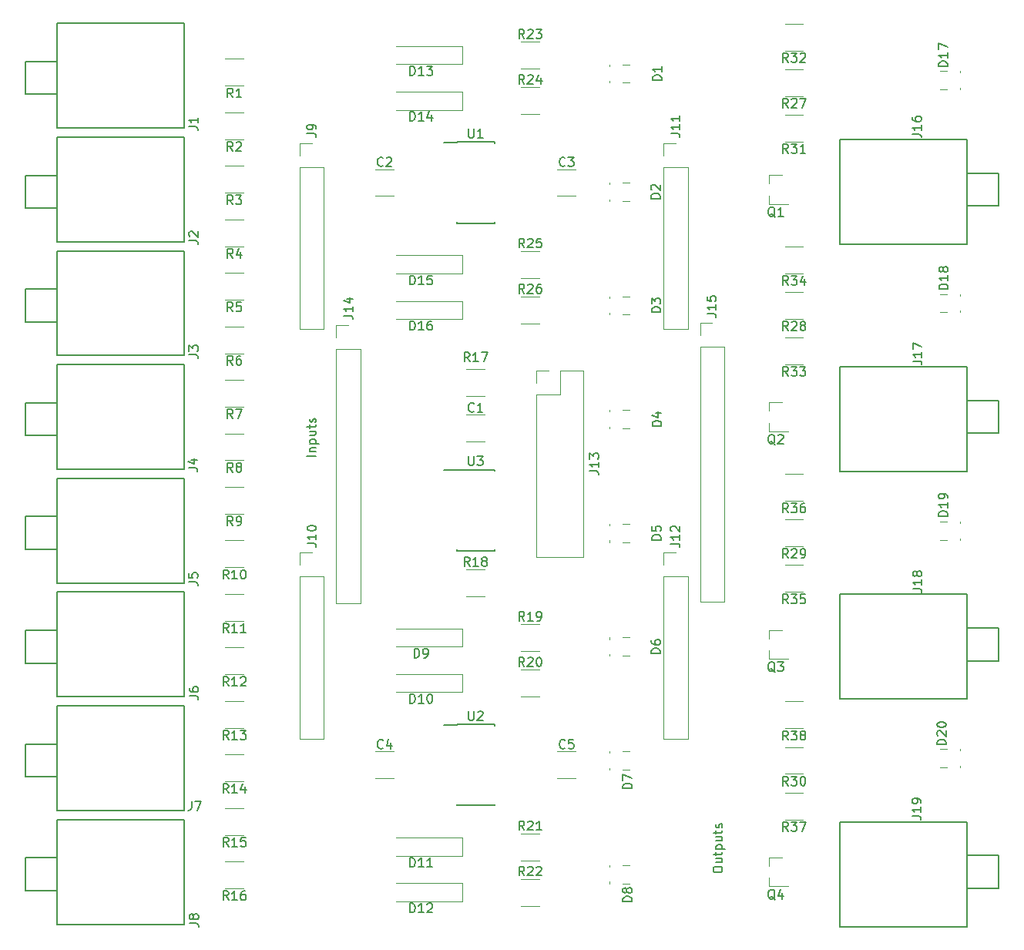
<source format=gbr>
G04 #@! TF.GenerationSoftware,KiCad,Pcbnew,(5.1.5)-3*
G04 #@! TF.CreationDate,2020-08-09T20:32:30-07:00*
G04 #@! TF.ProjectId,AND,414e442e-6b69-4636-9164-5f7063625858,rev?*
G04 #@! TF.SameCoordinates,Original*
G04 #@! TF.FileFunction,Legend,Top*
G04 #@! TF.FilePolarity,Positive*
%FSLAX46Y46*%
G04 Gerber Fmt 4.6, Leading zero omitted, Abs format (unit mm)*
G04 Created by KiCad (PCBNEW (5.1.5)-3) date 2020-08-09 20:32:30*
%MOMM*%
%LPD*%
G04 APERTURE LIST*
%ADD10C,0.150000*%
%ADD11C,0.120000*%
G04 APERTURE END LIST*
D10*
X72109080Y-93571391D02*
X72109080Y-93380915D01*
X72156700Y-93285677D01*
X72251938Y-93190439D01*
X72442414Y-93142820D01*
X72775747Y-93142820D01*
X72966223Y-93190439D01*
X73061461Y-93285677D01*
X73109080Y-93380915D01*
X73109080Y-93571391D01*
X73061461Y-93666629D01*
X72966223Y-93761867D01*
X72775747Y-93809486D01*
X72442414Y-93809486D01*
X72251938Y-93761867D01*
X72156700Y-93666629D01*
X72109080Y-93571391D01*
X72442414Y-92285677D02*
X73109080Y-92285677D01*
X72442414Y-92714248D02*
X72966223Y-92714248D01*
X73061461Y-92666629D01*
X73109080Y-92571391D01*
X73109080Y-92428534D01*
X73061461Y-92333296D01*
X73013842Y-92285677D01*
X72442414Y-91952343D02*
X72442414Y-91571391D01*
X72109080Y-91809486D02*
X72966223Y-91809486D01*
X73061461Y-91761867D01*
X73109080Y-91666629D01*
X73109080Y-91571391D01*
X72442414Y-91238058D02*
X73442414Y-91238058D01*
X72490033Y-91238058D02*
X72442414Y-91142820D01*
X72442414Y-90952343D01*
X72490033Y-90857105D01*
X72537652Y-90809486D01*
X72632890Y-90761867D01*
X72918604Y-90761867D01*
X73013842Y-90809486D01*
X73061461Y-90857105D01*
X73109080Y-90952343D01*
X73109080Y-91142820D01*
X73061461Y-91238058D01*
X72442414Y-89904724D02*
X73109080Y-89904724D01*
X72442414Y-90333296D02*
X72966223Y-90333296D01*
X73061461Y-90285677D01*
X73109080Y-90190439D01*
X73109080Y-90047581D01*
X73061461Y-89952343D01*
X73013842Y-89904724D01*
X72442414Y-89571391D02*
X72442414Y-89190439D01*
X72109080Y-89428534D02*
X72966223Y-89428534D01*
X73061461Y-89380915D01*
X73109080Y-89285677D01*
X73109080Y-89190439D01*
X73061461Y-88904724D02*
X73109080Y-88809486D01*
X73109080Y-88619010D01*
X73061461Y-88523772D01*
X72966223Y-88476153D01*
X72918604Y-88476153D01*
X72823366Y-88523772D01*
X72775747Y-88619010D01*
X72775747Y-88761867D01*
X72728128Y-88857105D01*
X72632890Y-88904724D01*
X72585271Y-88904724D01*
X72490033Y-88857105D01*
X72442414Y-88761867D01*
X72442414Y-88619010D01*
X72490033Y-88523772D01*
X28452380Y-48047619D02*
X27452380Y-48047619D01*
X27785714Y-47571428D02*
X28452380Y-47571428D01*
X27880952Y-47571428D02*
X27833333Y-47523809D01*
X27785714Y-47428571D01*
X27785714Y-47285714D01*
X27833333Y-47190476D01*
X27928571Y-47142857D01*
X28452380Y-47142857D01*
X27785714Y-46666666D02*
X28785714Y-46666666D01*
X27833333Y-46666666D02*
X27785714Y-46571428D01*
X27785714Y-46380952D01*
X27833333Y-46285714D01*
X27880952Y-46238095D01*
X27976190Y-46190476D01*
X28261904Y-46190476D01*
X28357142Y-46238095D01*
X28404761Y-46285714D01*
X28452380Y-46380952D01*
X28452380Y-46571428D01*
X28404761Y-46666666D01*
X27785714Y-45333333D02*
X28452380Y-45333333D01*
X27785714Y-45761904D02*
X28309523Y-45761904D01*
X28404761Y-45714285D01*
X28452380Y-45619047D01*
X28452380Y-45476190D01*
X28404761Y-45380952D01*
X28357142Y-45333333D01*
X27785714Y-45000000D02*
X27785714Y-44619047D01*
X27452380Y-44857142D02*
X28309523Y-44857142D01*
X28404761Y-44809523D01*
X28452380Y-44714285D01*
X28452380Y-44619047D01*
X28404761Y-44333333D02*
X28452380Y-44238095D01*
X28452380Y-44047619D01*
X28404761Y-43952380D01*
X28309523Y-43904761D01*
X28261904Y-43904761D01*
X28166666Y-43952380D01*
X28119047Y-44047619D01*
X28119047Y-44190476D01*
X28071428Y-44285714D01*
X27976190Y-44333333D01*
X27928571Y-44333333D01*
X27833333Y-44285714D01*
X27785714Y-44190476D01*
X27785714Y-44047619D01*
X27833333Y-43952380D01*
X43925000Y-77575000D02*
X42550000Y-77575000D01*
X43925000Y-86450000D02*
X48075000Y-86450000D01*
X43925000Y-77550000D02*
X48075000Y-77550000D01*
X43925000Y-86450000D02*
X43925000Y-86335000D01*
X48075000Y-86450000D02*
X48075000Y-86335000D01*
X48075000Y-77550000D02*
X48075000Y-77665000D01*
X43925000Y-77550000D02*
X43925000Y-77575000D01*
X43925000Y-13550000D02*
X43925000Y-13575000D01*
X48075000Y-13550000D02*
X48075000Y-13665000D01*
X48075000Y-22450000D02*
X48075000Y-22335000D01*
X43925000Y-22450000D02*
X43925000Y-22335000D01*
X43925000Y-13550000D02*
X48075000Y-13550000D01*
X43925000Y-22450000D02*
X48075000Y-22450000D01*
X43925000Y-13575000D02*
X42550000Y-13575000D01*
D11*
X62920000Y-7024700D02*
X62189000Y-7024700D01*
X60730000Y-7024700D02*
X60720000Y-7024700D01*
X62920000Y-5004700D02*
X62189000Y-5004700D01*
X60730000Y-5004700D02*
X60720000Y-5004700D01*
X60720000Y-7024700D02*
X60720000Y-6839700D01*
X60720000Y-5189700D02*
X60720000Y-5004700D01*
X62920000Y-20010000D02*
X62189000Y-20010000D01*
X60730000Y-20010000D02*
X60720000Y-20010000D01*
X62920000Y-17990000D02*
X62189000Y-17990000D01*
X60730000Y-17990000D02*
X60720000Y-17990000D01*
X60720000Y-20010000D02*
X60720000Y-19825000D01*
X60720000Y-18175000D02*
X60720000Y-17990000D01*
X60720000Y-30675000D02*
X60720000Y-30490000D01*
X60720000Y-32510000D02*
X60720000Y-32325000D01*
X60730000Y-30490000D02*
X60720000Y-30490000D01*
X62920000Y-30490000D02*
X62189000Y-30490000D01*
X60730000Y-32510000D02*
X60720000Y-32510000D01*
X62920000Y-32510000D02*
X62189000Y-32510000D01*
X60720000Y-43175000D02*
X60720000Y-42990000D01*
X60720000Y-45010000D02*
X60720000Y-44825000D01*
X60730000Y-42990000D02*
X60720000Y-42990000D01*
X62920000Y-42990000D02*
X62189000Y-42990000D01*
X60730000Y-45010000D02*
X60720000Y-45010000D01*
X62920000Y-45010000D02*
X62189000Y-45010000D01*
X62920000Y-57510000D02*
X62189000Y-57510000D01*
X60730000Y-57510000D02*
X60720000Y-57510000D01*
X62920000Y-55490000D02*
X62189000Y-55490000D01*
X60730000Y-55490000D02*
X60720000Y-55490000D01*
X60720000Y-57510000D02*
X60720000Y-57325000D01*
X60720000Y-55675000D02*
X60720000Y-55490000D01*
X60720000Y-68175000D02*
X60720000Y-67990000D01*
X60720000Y-70010000D02*
X60720000Y-69825000D01*
X60730000Y-67990000D02*
X60720000Y-67990000D01*
X62920000Y-67990000D02*
X62189000Y-67990000D01*
X60730000Y-70010000D02*
X60720000Y-70010000D01*
X62920000Y-70010000D02*
X62189000Y-70010000D01*
X60720000Y-80675000D02*
X60720000Y-80490000D01*
X60720000Y-82510000D02*
X60720000Y-82325000D01*
X60730000Y-80490000D02*
X60720000Y-80490000D01*
X62920000Y-80490000D02*
X62189000Y-80490000D01*
X60730000Y-82510000D02*
X60720000Y-82510000D01*
X62920000Y-82510000D02*
X62189000Y-82510000D01*
X60720000Y-93175000D02*
X60720000Y-92990000D01*
X60720000Y-95010000D02*
X60720000Y-94825000D01*
X60730000Y-92990000D02*
X60720000Y-92990000D01*
X62920000Y-92990000D02*
X62189000Y-92990000D01*
X60730000Y-95010000D02*
X60720000Y-95010000D01*
X62920000Y-95010000D02*
X62189000Y-95010000D01*
X97080000Y-5740000D02*
X97811000Y-5740000D01*
X99270000Y-5740000D02*
X99280000Y-5740000D01*
X97080000Y-7760000D02*
X97811000Y-7760000D01*
X99270000Y-7760000D02*
X99280000Y-7760000D01*
X99280000Y-5740000D02*
X99280000Y-5925000D01*
X99280000Y-7575000D02*
X99280000Y-7760000D01*
X97080000Y-30240000D02*
X97811000Y-30240000D01*
X99270000Y-30240000D02*
X99280000Y-30240000D01*
X97080000Y-32260000D02*
X97811000Y-32260000D01*
X99270000Y-32260000D02*
X99280000Y-32260000D01*
X99280000Y-30240000D02*
X99280000Y-30425000D01*
X99280000Y-32075000D02*
X99280000Y-32260000D01*
X99280000Y-57075000D02*
X99280000Y-57260000D01*
X99280000Y-55240000D02*
X99280000Y-55425000D01*
X99270000Y-57260000D02*
X99280000Y-57260000D01*
X97080000Y-57260000D02*
X97811000Y-57260000D01*
X99270000Y-55240000D02*
X99280000Y-55240000D01*
X97080000Y-55240000D02*
X97811000Y-55240000D01*
X97080000Y-80240000D02*
X97811000Y-80240000D01*
X99270000Y-80240000D02*
X99280000Y-80240000D01*
X97080000Y-82260000D02*
X97811000Y-82260000D01*
X99270000Y-82260000D02*
X99280000Y-82260000D01*
X99280000Y-80240000D02*
X99280000Y-80425000D01*
X99280000Y-82075000D02*
X99280000Y-82260000D01*
D10*
X0Y-500000D02*
X14000000Y-500000D01*
X14000000Y-500000D02*
X14000000Y-12000000D01*
X14000000Y-12000000D02*
X0Y-12000000D01*
X0Y-12000000D02*
X0Y-500000D01*
X0Y-4700000D02*
X-3500000Y-4700000D01*
X-3500000Y-4700000D02*
X-3500000Y-8300000D01*
X0Y-8300000D02*
X-3500000Y-8300000D01*
X0Y-20800000D02*
X-3500000Y-20800000D01*
X-3500000Y-17200000D02*
X-3500000Y-20800000D01*
X0Y-17200000D02*
X-3500000Y-17200000D01*
X0Y-24500000D02*
X0Y-13000000D01*
X14000000Y-24500000D02*
X0Y-24500000D01*
X14000000Y-13000000D02*
X14000000Y-24500000D01*
X0Y-13000000D02*
X14000000Y-13000000D01*
X0Y-25500000D02*
X14000000Y-25500000D01*
X14000000Y-25500000D02*
X14000000Y-37000000D01*
X14000000Y-37000000D02*
X0Y-37000000D01*
X0Y-37000000D02*
X0Y-25500000D01*
X0Y-29700000D02*
X-3500000Y-29700000D01*
X-3500000Y-29700000D02*
X-3500000Y-33300000D01*
X0Y-33300000D02*
X-3500000Y-33300000D01*
X0Y-45800000D02*
X-3500000Y-45800000D01*
X-3500000Y-42200000D02*
X-3500000Y-45800000D01*
X0Y-42200000D02*
X-3500000Y-42200000D01*
X0Y-49500000D02*
X0Y-38000000D01*
X14000000Y-49500000D02*
X0Y-49500000D01*
X14000000Y-38000000D02*
X14000000Y-49500000D01*
X0Y-38000000D02*
X14000000Y-38000000D01*
X0Y-58300000D02*
X-3500000Y-58300000D01*
X-3500000Y-54700000D02*
X-3500000Y-58300000D01*
X0Y-54700000D02*
X-3500000Y-54700000D01*
X0Y-62000000D02*
X0Y-50500000D01*
X14000000Y-62000000D02*
X0Y-62000000D01*
X14000000Y-50500000D02*
X14000000Y-62000000D01*
X0Y-50500000D02*
X14000000Y-50500000D01*
X0Y-63000000D02*
X14000000Y-63000000D01*
X14000000Y-63000000D02*
X14000000Y-74500000D01*
X14000000Y-74500000D02*
X0Y-74500000D01*
X0Y-74500000D02*
X0Y-63000000D01*
X0Y-67200000D02*
X-3500000Y-67200000D01*
X-3500000Y-67200000D02*
X-3500000Y-70800000D01*
X0Y-70800000D02*
X-3500000Y-70800000D01*
X0Y-75500000D02*
X14000000Y-75500000D01*
X14000000Y-75500000D02*
X14000000Y-87000000D01*
X14000000Y-87000000D02*
X0Y-87000000D01*
X0Y-87000000D02*
X0Y-75500000D01*
X0Y-79700000D02*
X-3500000Y-79700000D01*
X-3500000Y-79700000D02*
X-3500000Y-83300000D01*
X0Y-83300000D02*
X-3500000Y-83300000D01*
X0Y-95800000D02*
X-3500000Y-95800000D01*
X-3500000Y-92200000D02*
X-3500000Y-95800000D01*
X0Y-92200000D02*
X-3500000Y-92200000D01*
X0Y-99500000D02*
X0Y-88000000D01*
X14000000Y-99500000D02*
X0Y-99500000D01*
X14000000Y-88000000D02*
X14000000Y-99500000D01*
X0Y-88000000D02*
X14000000Y-88000000D01*
D11*
X26670000Y-13670000D02*
X28000000Y-13670000D01*
X26670000Y-15000000D02*
X26670000Y-13670000D01*
X26670000Y-16270000D02*
X29330000Y-16270000D01*
X29330000Y-16270000D02*
X29330000Y-34110000D01*
X26670000Y-16270000D02*
X26670000Y-34110000D01*
X26670000Y-34110000D02*
X29330000Y-34110000D01*
X26670000Y-58670000D02*
X28000000Y-58670000D01*
X26670000Y-60000000D02*
X26670000Y-58670000D01*
X26670000Y-61270000D02*
X29330000Y-61270000D01*
X29330000Y-61270000D02*
X29330000Y-79110000D01*
X26670000Y-61270000D02*
X26670000Y-79110000D01*
X26670000Y-79110000D02*
X29330000Y-79110000D01*
X66670000Y-34110000D02*
X69330000Y-34110000D01*
X66670000Y-16270000D02*
X66670000Y-34110000D01*
X69330000Y-16270000D02*
X69330000Y-34110000D01*
X66670000Y-16270000D02*
X69330000Y-16270000D01*
X66670000Y-15000000D02*
X66670000Y-13670000D01*
X66670000Y-13670000D02*
X68000000Y-13670000D01*
X66670000Y-79110000D02*
X69330000Y-79110000D01*
X66670000Y-61270000D02*
X66670000Y-79110000D01*
X69330000Y-61270000D02*
X69330000Y-79110000D01*
X66670000Y-61270000D02*
X69330000Y-61270000D01*
X66670000Y-60000000D02*
X66670000Y-58670000D01*
X66670000Y-58670000D02*
X68000000Y-58670000D01*
X52670000Y-38670000D02*
X54000000Y-38670000D01*
X52670000Y-40000000D02*
X52670000Y-38670000D01*
X55270000Y-38670000D02*
X57870000Y-38670000D01*
X55270000Y-41270000D02*
X55270000Y-38670000D01*
X52670000Y-41270000D02*
X55270000Y-41270000D01*
X57870000Y-38670000D02*
X57870000Y-59110000D01*
X52670000Y-41270000D02*
X52670000Y-59110000D01*
X52670000Y-59110000D02*
X57870000Y-59110000D01*
X30670000Y-33670000D02*
X32000000Y-33670000D01*
X30670000Y-35000000D02*
X30670000Y-33670000D01*
X30670000Y-36270000D02*
X33330000Y-36270000D01*
X33330000Y-36270000D02*
X33330000Y-64270000D01*
X30670000Y-36270000D02*
X30670000Y-64270000D01*
X30670000Y-64270000D02*
X33330000Y-64270000D01*
X70670000Y-64020000D02*
X73330000Y-64020000D01*
X70670000Y-36020000D02*
X70670000Y-64020000D01*
X73330000Y-36020000D02*
X73330000Y-64020000D01*
X70670000Y-36020000D02*
X73330000Y-36020000D01*
X70670000Y-34750000D02*
X70670000Y-33420000D01*
X70670000Y-33420000D02*
X72000000Y-33420000D01*
D10*
X100000000Y-24750000D02*
X86000000Y-24750000D01*
X86000000Y-24750000D02*
X86000000Y-13250000D01*
X86000000Y-13250000D02*
X100000000Y-13250000D01*
X100000000Y-13250000D02*
X100000000Y-24750000D01*
X100000000Y-20550000D02*
X103500000Y-20550000D01*
X103500000Y-20550000D02*
X103500000Y-16950000D01*
X100000000Y-16950000D02*
X103500000Y-16950000D01*
X100000000Y-41950000D02*
X103500000Y-41950000D01*
X103500000Y-45550000D02*
X103500000Y-41950000D01*
X100000000Y-45550000D02*
X103500000Y-45550000D01*
X100000000Y-38250000D02*
X100000000Y-49750000D01*
X86000000Y-38250000D02*
X100000000Y-38250000D01*
X86000000Y-49750000D02*
X86000000Y-38250000D01*
X100000000Y-49750000D02*
X86000000Y-49750000D01*
X100000000Y-66950000D02*
X103500000Y-66950000D01*
X103500000Y-70550000D02*
X103500000Y-66950000D01*
X100000000Y-70550000D02*
X103500000Y-70550000D01*
X100000000Y-63250000D02*
X100000000Y-74750000D01*
X86000000Y-63250000D02*
X100000000Y-63250000D01*
X86000000Y-74750000D02*
X86000000Y-63250000D01*
X100000000Y-74750000D02*
X86000000Y-74750000D01*
X100000000Y-99750000D02*
X86000000Y-99750000D01*
X86000000Y-99750000D02*
X86000000Y-88250000D01*
X86000000Y-88250000D02*
X100000000Y-88250000D01*
X100000000Y-88250000D02*
X100000000Y-99750000D01*
X100000000Y-95550000D02*
X103500000Y-95550000D01*
X103500000Y-95550000D02*
X103500000Y-91950000D01*
X100000000Y-91950000D02*
X103500000Y-91950000D01*
D11*
X47000000Y-43520000D02*
X45000000Y-43520000D01*
X45000000Y-46480000D02*
X47000000Y-46480000D01*
X35000000Y-19480000D02*
X37000000Y-19480000D01*
X37000000Y-16520000D02*
X35000000Y-16520000D01*
X55000000Y-19480000D02*
X57000000Y-19480000D01*
X57000000Y-16520000D02*
X55000000Y-16520000D01*
X37000000Y-80520000D02*
X35000000Y-80520000D01*
X35000000Y-83480000D02*
X37000000Y-83480000D01*
X55000000Y-83480000D02*
X57000000Y-83480000D01*
X57000000Y-80520000D02*
X55000000Y-80520000D01*
X44550000Y-67000000D02*
X37250000Y-67000000D01*
X44550000Y-69000000D02*
X44550000Y-67000000D01*
X37250000Y-69000000D02*
X44550000Y-69000000D01*
X44550000Y-72000000D02*
X37250000Y-72000000D01*
X44550000Y-74000000D02*
X44550000Y-72000000D01*
X37250000Y-74000000D02*
X44550000Y-74000000D01*
X37250000Y-92000000D02*
X44550000Y-92000000D01*
X44550000Y-92000000D02*
X44550000Y-90000000D01*
X44550000Y-90000000D02*
X37250000Y-90000000D01*
X44550000Y-95000000D02*
X37250000Y-95000000D01*
X44550000Y-97000000D02*
X44550000Y-95000000D01*
X37250000Y-97000000D02*
X44550000Y-97000000D01*
X37250000Y-5000000D02*
X44550000Y-5000000D01*
X44550000Y-5000000D02*
X44550000Y-3000000D01*
X44550000Y-3000000D02*
X37250000Y-3000000D01*
X37250000Y-10000000D02*
X44550000Y-10000000D01*
X44550000Y-10000000D02*
X44550000Y-8000000D01*
X44550000Y-8000000D02*
X37250000Y-8000000D01*
X37250000Y-28000000D02*
X44550000Y-28000000D01*
X44550000Y-28000000D02*
X44550000Y-26000000D01*
X44550000Y-26000000D02*
X37250000Y-26000000D01*
X44550000Y-31000000D02*
X37250000Y-31000000D01*
X44550000Y-33000000D02*
X44550000Y-31000000D01*
X37250000Y-33000000D02*
X44550000Y-33000000D01*
X78240000Y-17170000D02*
X78240000Y-18100000D01*
X78240000Y-20330000D02*
X78240000Y-19400000D01*
X78240000Y-20330000D02*
X80400000Y-20330000D01*
X78240000Y-17170000D02*
X79700000Y-17170000D01*
X78240000Y-42170000D02*
X79700000Y-42170000D01*
X78240000Y-45330000D02*
X80400000Y-45330000D01*
X78240000Y-45330000D02*
X78240000Y-44400000D01*
X78240000Y-42170000D02*
X78240000Y-43100000D01*
X78240000Y-67170000D02*
X78240000Y-68100000D01*
X78240000Y-70330000D02*
X78240000Y-69400000D01*
X78240000Y-70330000D02*
X80400000Y-70330000D01*
X78240000Y-67170000D02*
X79700000Y-67170000D01*
X78240000Y-92170000D02*
X79700000Y-92170000D01*
X78240000Y-95330000D02*
X80400000Y-95330000D01*
X78240000Y-95330000D02*
X78240000Y-94400000D01*
X78240000Y-92170000D02*
X78240000Y-93100000D01*
X18500000Y-4400000D02*
X20500000Y-4400000D01*
X20500000Y-7360000D02*
X18500000Y-7360000D01*
X20500000Y-13240000D02*
X18500000Y-13240000D01*
X18500000Y-10280000D02*
X20500000Y-10280000D01*
X20500000Y-19120000D02*
X18500000Y-19120000D01*
X18500000Y-16160000D02*
X20500000Y-16160000D01*
X18500000Y-22040000D02*
X20500000Y-22040000D01*
X20500000Y-25000000D02*
X18500000Y-25000000D01*
X20500000Y-30880000D02*
X18500000Y-30880000D01*
X18500000Y-27920000D02*
X20500000Y-27920000D01*
X18500000Y-33800000D02*
X20500000Y-33800000D01*
X20500000Y-36760000D02*
X18500000Y-36760000D01*
X20500000Y-42640000D02*
X18500000Y-42640000D01*
X18500000Y-39680000D02*
X20500000Y-39680000D01*
X18500000Y-45560000D02*
X20500000Y-45560000D01*
X20500000Y-48520000D02*
X18500000Y-48520000D01*
X18500000Y-51440000D02*
X20500000Y-51440000D01*
X20500000Y-54400000D02*
X18500000Y-54400000D01*
X20500000Y-60280000D02*
X18500000Y-60280000D01*
X18500000Y-57320000D02*
X20500000Y-57320000D01*
X20500000Y-66160000D02*
X18500000Y-66160000D01*
X18500000Y-63200000D02*
X20500000Y-63200000D01*
X18500000Y-69080000D02*
X20500000Y-69080000D01*
X20500000Y-72040000D02*
X18500000Y-72040000D01*
X18500000Y-74960000D02*
X20500000Y-74960000D01*
X20500000Y-77920000D02*
X18500000Y-77920000D01*
X18500000Y-80840000D02*
X20500000Y-80840000D01*
X20500000Y-83800000D02*
X18500000Y-83800000D01*
X20500000Y-89680000D02*
X18500000Y-89680000D01*
X18500000Y-86720000D02*
X20500000Y-86720000D01*
X18500000Y-92600000D02*
X20500000Y-92600000D01*
X20500000Y-95560000D02*
X18500000Y-95560000D01*
X47000000Y-41480000D02*
X45000000Y-41480000D01*
X45000000Y-38520000D02*
X47000000Y-38520000D01*
X47000000Y-63480000D02*
X45000000Y-63480000D01*
X45000000Y-60520000D02*
X47000000Y-60520000D01*
X53000000Y-69480000D02*
X51000000Y-69480000D01*
X51000000Y-66520000D02*
X53000000Y-66520000D01*
X51000000Y-71520000D02*
X53000000Y-71520000D01*
X53000000Y-74480000D02*
X51000000Y-74480000D01*
X53000000Y-92480000D02*
X51000000Y-92480000D01*
X51000000Y-89520000D02*
X53000000Y-89520000D01*
X51000000Y-94520000D02*
X53000000Y-94520000D01*
X53000000Y-97480000D02*
X51000000Y-97480000D01*
X53000000Y-5480000D02*
X51000000Y-5480000D01*
X51000000Y-2520000D02*
X53000000Y-2520000D01*
X51000000Y-7520000D02*
X53000000Y-7520000D01*
X53000000Y-10480000D02*
X51000000Y-10480000D01*
X53000000Y-28480000D02*
X51000000Y-28480000D01*
X51000000Y-25520000D02*
X53000000Y-25520000D01*
X51000000Y-30520000D02*
X53000000Y-30520000D01*
X53000000Y-33480000D02*
X51000000Y-33480000D01*
X82000000Y-8480000D02*
X80000000Y-8480000D01*
X80000000Y-5520000D02*
X82000000Y-5520000D01*
X80000000Y-30020000D02*
X82000000Y-30020000D01*
X82000000Y-32980000D02*
X80000000Y-32980000D01*
X82000000Y-57980000D02*
X80000000Y-57980000D01*
X80000000Y-55020000D02*
X82000000Y-55020000D01*
X80000000Y-80020000D02*
X82000000Y-80020000D01*
X82000000Y-82980000D02*
X80000000Y-82980000D01*
X82000000Y-13480000D02*
X80000000Y-13480000D01*
X80000000Y-10520000D02*
X82000000Y-10520000D01*
X82000000Y-3480000D02*
X80000000Y-3480000D01*
X80000000Y-520000D02*
X82000000Y-520000D01*
X82000000Y-37980000D02*
X80000000Y-37980000D01*
X80000000Y-35020000D02*
X82000000Y-35020000D01*
X80000000Y-25020000D02*
X82000000Y-25020000D01*
X82000000Y-27980000D02*
X80000000Y-27980000D01*
X82000000Y-62980000D02*
X80000000Y-62980000D01*
X80000000Y-60020000D02*
X82000000Y-60020000D01*
X82000000Y-52980000D02*
X80000000Y-52980000D01*
X80000000Y-50020000D02*
X82000000Y-50020000D01*
X80000000Y-85020000D02*
X82000000Y-85020000D01*
X82000000Y-87980000D02*
X80000000Y-87980000D01*
X80000000Y-75020000D02*
X82000000Y-75020000D01*
X82000000Y-77980000D02*
X80000000Y-77980000D01*
D10*
X43925000Y-49575000D02*
X42550000Y-49575000D01*
X43925000Y-58450000D02*
X48075000Y-58450000D01*
X43925000Y-49550000D02*
X48075000Y-49550000D01*
X43925000Y-58450000D02*
X43925000Y-58335000D01*
X48075000Y-58450000D02*
X48075000Y-58335000D01*
X48075000Y-49550000D02*
X48075000Y-49665000D01*
X43925000Y-49550000D02*
X43925000Y-49575000D01*
X45238095Y-76077380D02*
X45238095Y-76886904D01*
X45285714Y-76982142D01*
X45333333Y-77029761D01*
X45428571Y-77077380D01*
X45619047Y-77077380D01*
X45714285Y-77029761D01*
X45761904Y-76982142D01*
X45809523Y-76886904D01*
X45809523Y-76077380D01*
X46238095Y-76172619D02*
X46285714Y-76125000D01*
X46380952Y-76077380D01*
X46619047Y-76077380D01*
X46714285Y-76125000D01*
X46761904Y-76172619D01*
X46809523Y-76267857D01*
X46809523Y-76363095D01*
X46761904Y-76505952D01*
X46190476Y-77077380D01*
X46809523Y-77077380D01*
X45238095Y-12077380D02*
X45238095Y-12886904D01*
X45285714Y-12982142D01*
X45333333Y-13029761D01*
X45428571Y-13077380D01*
X45619047Y-13077380D01*
X45714285Y-13029761D01*
X45761904Y-12982142D01*
X45809523Y-12886904D01*
X45809523Y-12077380D01*
X46809523Y-13077380D02*
X46238095Y-13077380D01*
X46523809Y-13077380D02*
X46523809Y-12077380D01*
X46428571Y-12220238D01*
X46333333Y-12315476D01*
X46238095Y-12363095D01*
X66441580Y-6750255D02*
X65441580Y-6750255D01*
X65441580Y-6512160D01*
X65489200Y-6369302D01*
X65584438Y-6274064D01*
X65679676Y-6226445D01*
X65870152Y-6178826D01*
X66013009Y-6178826D01*
X66203485Y-6226445D01*
X66298723Y-6274064D01*
X66393961Y-6369302D01*
X66441580Y-6512160D01*
X66441580Y-6750255D01*
X66441580Y-5226445D02*
X66441580Y-5797874D01*
X66441580Y-5512160D02*
X65441580Y-5512160D01*
X65584438Y-5607398D01*
X65679676Y-5702636D01*
X65727295Y-5797874D01*
X66276480Y-19739835D02*
X65276480Y-19739835D01*
X65276480Y-19501740D01*
X65324100Y-19358882D01*
X65419338Y-19263644D01*
X65514576Y-19216025D01*
X65705052Y-19168406D01*
X65847909Y-19168406D01*
X66038385Y-19216025D01*
X66133623Y-19263644D01*
X66228861Y-19358882D01*
X66276480Y-19501740D01*
X66276480Y-19739835D01*
X65371719Y-18787454D02*
X65324100Y-18739835D01*
X65276480Y-18644597D01*
X65276480Y-18406501D01*
X65324100Y-18311263D01*
X65371719Y-18263644D01*
X65466957Y-18216025D01*
X65562195Y-18216025D01*
X65705052Y-18263644D01*
X66276480Y-18835073D01*
X66276480Y-18216025D01*
X66345060Y-32239175D02*
X65345060Y-32239175D01*
X65345060Y-32001080D01*
X65392680Y-31858222D01*
X65487918Y-31762984D01*
X65583156Y-31715365D01*
X65773632Y-31667746D01*
X65916489Y-31667746D01*
X66106965Y-31715365D01*
X66202203Y-31762984D01*
X66297441Y-31858222D01*
X66345060Y-32001080D01*
X66345060Y-32239175D01*
X65345060Y-31334413D02*
X65345060Y-30715365D01*
X65726013Y-31048699D01*
X65726013Y-30905841D01*
X65773632Y-30810603D01*
X65821251Y-30762984D01*
X65916489Y-30715365D01*
X66154584Y-30715365D01*
X66249822Y-30762984D01*
X66297441Y-30810603D01*
X66345060Y-30905841D01*
X66345060Y-31191556D01*
X66297441Y-31286794D01*
X66249822Y-31334413D01*
X66426340Y-44738515D02*
X65426340Y-44738515D01*
X65426340Y-44500420D01*
X65473960Y-44357562D01*
X65569198Y-44262324D01*
X65664436Y-44214705D01*
X65854912Y-44167086D01*
X65997769Y-44167086D01*
X66188245Y-44214705D01*
X66283483Y-44262324D01*
X66378721Y-44357562D01*
X66426340Y-44500420D01*
X66426340Y-44738515D01*
X65759674Y-43309943D02*
X66426340Y-43309943D01*
X65378721Y-43548039D02*
X66093007Y-43786134D01*
X66093007Y-43167086D01*
X66375540Y-57242935D02*
X65375540Y-57242935D01*
X65375540Y-57004840D01*
X65423160Y-56861982D01*
X65518398Y-56766744D01*
X65613636Y-56719125D01*
X65804112Y-56671506D01*
X65946969Y-56671506D01*
X66137445Y-56719125D01*
X66232683Y-56766744D01*
X66327921Y-56861982D01*
X66375540Y-57004840D01*
X66375540Y-57242935D01*
X65375540Y-55766744D02*
X65375540Y-56242935D01*
X65851731Y-56290554D01*
X65804112Y-56242935D01*
X65756493Y-56147697D01*
X65756493Y-55909601D01*
X65804112Y-55814363D01*
X65851731Y-55766744D01*
X65946969Y-55719125D01*
X66185064Y-55719125D01*
X66280302Y-55766744D01*
X66327921Y-55814363D01*
X66375540Y-55909601D01*
X66375540Y-56147697D01*
X66327921Y-56242935D01*
X66280302Y-56290554D01*
X66299340Y-69734655D02*
X65299340Y-69734655D01*
X65299340Y-69496560D01*
X65346960Y-69353702D01*
X65442198Y-69258464D01*
X65537436Y-69210845D01*
X65727912Y-69163226D01*
X65870769Y-69163226D01*
X66061245Y-69210845D01*
X66156483Y-69258464D01*
X66251721Y-69353702D01*
X66299340Y-69496560D01*
X66299340Y-69734655D01*
X65299340Y-68306083D02*
X65299340Y-68496560D01*
X65346960Y-68591798D01*
X65394579Y-68639417D01*
X65537436Y-68734655D01*
X65727912Y-68782274D01*
X66108864Y-68782274D01*
X66204102Y-68734655D01*
X66251721Y-68687036D01*
X66299340Y-68591798D01*
X66299340Y-68401321D01*
X66251721Y-68306083D01*
X66204102Y-68258464D01*
X66108864Y-68210845D01*
X65870769Y-68210845D01*
X65775531Y-68258464D01*
X65727912Y-68306083D01*
X65680293Y-68401321D01*
X65680293Y-68591798D01*
X65727912Y-68687036D01*
X65775531Y-68734655D01*
X65870769Y-68782274D01*
X63190380Y-84586035D02*
X62190380Y-84586035D01*
X62190380Y-84347940D01*
X62238000Y-84205082D01*
X62333238Y-84109844D01*
X62428476Y-84062225D01*
X62618952Y-84014606D01*
X62761809Y-84014606D01*
X62952285Y-84062225D01*
X63047523Y-84109844D01*
X63142761Y-84205082D01*
X63190380Y-84347940D01*
X63190380Y-84586035D01*
X62190380Y-83681273D02*
X62190380Y-83014606D01*
X63190380Y-83443178D01*
X63192920Y-97011715D02*
X62192920Y-97011715D01*
X62192920Y-96773620D01*
X62240540Y-96630762D01*
X62335778Y-96535524D01*
X62431016Y-96487905D01*
X62621492Y-96440286D01*
X62764349Y-96440286D01*
X62954825Y-96487905D01*
X63050063Y-96535524D01*
X63145301Y-96630762D01*
X63192920Y-96773620D01*
X63192920Y-97011715D01*
X62621492Y-95868858D02*
X62573873Y-95964096D01*
X62526254Y-96011715D01*
X62431016Y-96059334D01*
X62383397Y-96059334D01*
X62288159Y-96011715D01*
X62240540Y-95964096D01*
X62192920Y-95868858D01*
X62192920Y-95678381D01*
X62240540Y-95583143D01*
X62288159Y-95535524D01*
X62383397Y-95487905D01*
X62431016Y-95487905D01*
X62526254Y-95535524D01*
X62573873Y-95583143D01*
X62621492Y-95678381D01*
X62621492Y-95868858D01*
X62669111Y-95964096D01*
X62716730Y-96011715D01*
X62811968Y-96059334D01*
X63002444Y-96059334D01*
X63097682Y-96011715D01*
X63145301Y-95964096D01*
X63192920Y-95868858D01*
X63192920Y-95678381D01*
X63145301Y-95583143D01*
X63097682Y-95535524D01*
X63002444Y-95487905D01*
X62811968Y-95487905D01*
X62716730Y-95535524D01*
X62669111Y-95583143D01*
X62621492Y-95678381D01*
X97884240Y-5235105D02*
X96884240Y-5235105D01*
X96884240Y-4997010D01*
X96931860Y-4854153D01*
X97027098Y-4758915D01*
X97122336Y-4711296D01*
X97312812Y-4663677D01*
X97455669Y-4663677D01*
X97646145Y-4711296D01*
X97741383Y-4758915D01*
X97836621Y-4854153D01*
X97884240Y-4997010D01*
X97884240Y-5235105D01*
X97884240Y-3711296D02*
X97884240Y-4282724D01*
X97884240Y-3997010D02*
X96884240Y-3997010D01*
X97027098Y-4092248D01*
X97122336Y-4187486D01*
X97169955Y-4282724D01*
X96884240Y-3377962D02*
X96884240Y-2711296D01*
X97884240Y-3139867D01*
X97927420Y-29723245D02*
X96927420Y-29723245D01*
X96927420Y-29485150D01*
X96975040Y-29342293D01*
X97070278Y-29247055D01*
X97165516Y-29199436D01*
X97355992Y-29151817D01*
X97498849Y-29151817D01*
X97689325Y-29199436D01*
X97784563Y-29247055D01*
X97879801Y-29342293D01*
X97927420Y-29485150D01*
X97927420Y-29723245D01*
X97927420Y-28199436D02*
X97927420Y-28770864D01*
X97927420Y-28485150D02*
X96927420Y-28485150D01*
X97070278Y-28580388D01*
X97165516Y-28675626D01*
X97213135Y-28770864D01*
X97355992Y-27628007D02*
X97308373Y-27723245D01*
X97260754Y-27770864D01*
X97165516Y-27818483D01*
X97117897Y-27818483D01*
X97022659Y-27770864D01*
X96975040Y-27723245D01*
X96927420Y-27628007D01*
X96927420Y-27437531D01*
X96975040Y-27342293D01*
X97022659Y-27294674D01*
X97117897Y-27247055D01*
X97165516Y-27247055D01*
X97260754Y-27294674D01*
X97308373Y-27342293D01*
X97355992Y-27437531D01*
X97355992Y-27628007D01*
X97403611Y-27723245D01*
X97451230Y-27770864D01*
X97546468Y-27818483D01*
X97736944Y-27818483D01*
X97832182Y-27770864D01*
X97879801Y-27723245D01*
X97927420Y-27628007D01*
X97927420Y-27437531D01*
X97879801Y-27342293D01*
X97832182Y-27294674D01*
X97736944Y-27247055D01*
X97546468Y-27247055D01*
X97451230Y-27294674D01*
X97403611Y-27342293D01*
X97355992Y-27437531D01*
X97886780Y-54658425D02*
X96886780Y-54658425D01*
X96886780Y-54420330D01*
X96934400Y-54277473D01*
X97029638Y-54182235D01*
X97124876Y-54134616D01*
X97315352Y-54086997D01*
X97458209Y-54086997D01*
X97648685Y-54134616D01*
X97743923Y-54182235D01*
X97839161Y-54277473D01*
X97886780Y-54420330D01*
X97886780Y-54658425D01*
X97886780Y-53134616D02*
X97886780Y-53706044D01*
X97886780Y-53420330D02*
X96886780Y-53420330D01*
X97029638Y-53515568D01*
X97124876Y-53610806D01*
X97172495Y-53706044D01*
X97886780Y-52658425D02*
X97886780Y-52467949D01*
X97839161Y-52372711D01*
X97791542Y-52325092D01*
X97648685Y-52229854D01*
X97458209Y-52182235D01*
X97077257Y-52182235D01*
X96982019Y-52229854D01*
X96934400Y-52277473D01*
X96886780Y-52372711D01*
X96886780Y-52563187D01*
X96934400Y-52658425D01*
X96982019Y-52706044D01*
X97077257Y-52753663D01*
X97315352Y-52753663D01*
X97410590Y-52706044D01*
X97458209Y-52658425D01*
X97505828Y-52563187D01*
X97505828Y-52372711D01*
X97458209Y-52277473D01*
X97410590Y-52229854D01*
X97315352Y-52182235D01*
X97714060Y-79751085D02*
X96714060Y-79751085D01*
X96714060Y-79512990D01*
X96761680Y-79370133D01*
X96856918Y-79274895D01*
X96952156Y-79227276D01*
X97142632Y-79179657D01*
X97285489Y-79179657D01*
X97475965Y-79227276D01*
X97571203Y-79274895D01*
X97666441Y-79370133D01*
X97714060Y-79512990D01*
X97714060Y-79751085D01*
X96809299Y-78798704D02*
X96761680Y-78751085D01*
X96714060Y-78655847D01*
X96714060Y-78417752D01*
X96761680Y-78322514D01*
X96809299Y-78274895D01*
X96904537Y-78227276D01*
X96999775Y-78227276D01*
X97142632Y-78274895D01*
X97714060Y-78846323D01*
X97714060Y-78227276D01*
X96714060Y-77608228D02*
X96714060Y-77512990D01*
X96761680Y-77417752D01*
X96809299Y-77370133D01*
X96904537Y-77322514D01*
X97095013Y-77274895D01*
X97333108Y-77274895D01*
X97523584Y-77322514D01*
X97618822Y-77370133D01*
X97666441Y-77417752D01*
X97714060Y-77512990D01*
X97714060Y-77608228D01*
X97666441Y-77703466D01*
X97618822Y-77751085D01*
X97523584Y-77798704D01*
X97333108Y-77846323D01*
X97095013Y-77846323D01*
X96904537Y-77798704D01*
X96809299Y-77751085D01*
X96761680Y-77703466D01*
X96714060Y-77608228D01*
X14479020Y-11847153D02*
X15193306Y-11847153D01*
X15336163Y-11894772D01*
X15431401Y-11990010D01*
X15479020Y-12132867D01*
X15479020Y-12228105D01*
X15479020Y-10847153D02*
X15479020Y-11418581D01*
X15479020Y-11132867D02*
X14479020Y-11132867D01*
X14621878Y-11228105D01*
X14717116Y-11323343D01*
X14764735Y-11418581D01*
X14517120Y-24351573D02*
X15231406Y-24351573D01*
X15374263Y-24399192D01*
X15469501Y-24494430D01*
X15517120Y-24637287D01*
X15517120Y-24732525D01*
X14612359Y-23923001D02*
X14564740Y-23875382D01*
X14517120Y-23780144D01*
X14517120Y-23542049D01*
X14564740Y-23446811D01*
X14612359Y-23399192D01*
X14707597Y-23351573D01*
X14802835Y-23351573D01*
X14945692Y-23399192D01*
X15517120Y-23970620D01*
X15517120Y-23351573D01*
X14512040Y-36886473D02*
X15226326Y-36886473D01*
X15369183Y-36934092D01*
X15464421Y-37029330D01*
X15512040Y-37172187D01*
X15512040Y-37267425D01*
X14512040Y-36505520D02*
X14512040Y-35886473D01*
X14892993Y-36219806D01*
X14892993Y-36076949D01*
X14940612Y-35981711D01*
X14988231Y-35934092D01*
X15083469Y-35886473D01*
X15321564Y-35886473D01*
X15416802Y-35934092D01*
X15464421Y-35981711D01*
X15512040Y-36076949D01*
X15512040Y-36362663D01*
X15464421Y-36457901D01*
X15416802Y-36505520D01*
X14448540Y-49347713D02*
X15162826Y-49347713D01*
X15305683Y-49395332D01*
X15400921Y-49490570D01*
X15448540Y-49633427D01*
X15448540Y-49728665D01*
X14781874Y-48442951D02*
X15448540Y-48442951D01*
X14400921Y-48681046D02*
X15115207Y-48919141D01*
X15115207Y-48300094D01*
X14473940Y-61874993D02*
X15188226Y-61874993D01*
X15331083Y-61922612D01*
X15426321Y-62017850D01*
X15473940Y-62160707D01*
X15473940Y-62255945D01*
X14473940Y-60922612D02*
X14473940Y-61398802D01*
X14950131Y-61446421D01*
X14902512Y-61398802D01*
X14854893Y-61303564D01*
X14854893Y-61065469D01*
X14902512Y-60970231D01*
X14950131Y-60922612D01*
X15045369Y-60874993D01*
X15283464Y-60874993D01*
X15378702Y-60922612D01*
X15426321Y-60970231D01*
X15473940Y-61065469D01*
X15473940Y-61303564D01*
X15426321Y-61398802D01*
X15378702Y-61446421D01*
X14534900Y-74409893D02*
X15249186Y-74409893D01*
X15392043Y-74457512D01*
X15487281Y-74552750D01*
X15534900Y-74695607D01*
X15534900Y-74790845D01*
X14534900Y-73505131D02*
X14534900Y-73695607D01*
X14582520Y-73790845D01*
X14630139Y-73838464D01*
X14772996Y-73933702D01*
X14963472Y-73981321D01*
X15344424Y-73981321D01*
X15439662Y-73933702D01*
X15487281Y-73886083D01*
X15534900Y-73790845D01*
X15534900Y-73600369D01*
X15487281Y-73505131D01*
X15439662Y-73457512D01*
X15344424Y-73409893D01*
X15106329Y-73409893D01*
X15011091Y-73457512D01*
X14963472Y-73505131D01*
X14915853Y-73600369D01*
X14915853Y-73790845D01*
X14963472Y-73886083D01*
X15011091Y-73933702D01*
X15106329Y-73981321D01*
X14787286Y-85980020D02*
X14787286Y-86694306D01*
X14739667Y-86837163D01*
X14644429Y-86932401D01*
X14501572Y-86980020D01*
X14406334Y-86980020D01*
X15168239Y-85980020D02*
X15834905Y-85980020D01*
X15406334Y-86980020D01*
X14560300Y-99385713D02*
X15274586Y-99385713D01*
X15417443Y-99433332D01*
X15512681Y-99528570D01*
X15560300Y-99671427D01*
X15560300Y-99766665D01*
X14988872Y-98766665D02*
X14941253Y-98861903D01*
X14893634Y-98909522D01*
X14798396Y-98957141D01*
X14750777Y-98957141D01*
X14655539Y-98909522D01*
X14607920Y-98861903D01*
X14560300Y-98766665D01*
X14560300Y-98576189D01*
X14607920Y-98480951D01*
X14655539Y-98433332D01*
X14750777Y-98385713D01*
X14798396Y-98385713D01*
X14893634Y-98433332D01*
X14941253Y-98480951D01*
X14988872Y-98576189D01*
X14988872Y-98766665D01*
X15036491Y-98861903D01*
X15084110Y-98909522D01*
X15179348Y-98957141D01*
X15369824Y-98957141D01*
X15465062Y-98909522D01*
X15512681Y-98861903D01*
X15560300Y-98766665D01*
X15560300Y-98576189D01*
X15512681Y-98480951D01*
X15465062Y-98433332D01*
X15369824Y-98385713D01*
X15179348Y-98385713D01*
X15084110Y-98433332D01*
X15036491Y-98480951D01*
X14988872Y-98576189D01*
X27476200Y-12621853D02*
X28190486Y-12621853D01*
X28333343Y-12669472D01*
X28428581Y-12764710D01*
X28476200Y-12907567D01*
X28476200Y-13002805D01*
X28476200Y-12098043D02*
X28476200Y-11907567D01*
X28428581Y-11812329D01*
X28380962Y-11764710D01*
X28238105Y-11669472D01*
X28047629Y-11621853D01*
X27666677Y-11621853D01*
X27571439Y-11669472D01*
X27523820Y-11717091D01*
X27476200Y-11812329D01*
X27476200Y-12002805D01*
X27523820Y-12098043D01*
X27571439Y-12145662D01*
X27666677Y-12193281D01*
X27904772Y-12193281D01*
X28000010Y-12145662D01*
X28047629Y-12098043D01*
X28095248Y-12002805D01*
X28095248Y-11812329D01*
X28047629Y-11717091D01*
X28000010Y-11669472D01*
X27904772Y-11621853D01*
X27493980Y-57652183D02*
X28208266Y-57652183D01*
X28351123Y-57699802D01*
X28446361Y-57795040D01*
X28493980Y-57937898D01*
X28493980Y-58033136D01*
X28493980Y-56652183D02*
X28493980Y-57223612D01*
X28493980Y-56937898D02*
X27493980Y-56937898D01*
X27636838Y-57033136D01*
X27732076Y-57128374D01*
X27779695Y-57223612D01*
X27493980Y-56033136D02*
X27493980Y-55937898D01*
X27541600Y-55842660D01*
X27589219Y-55795040D01*
X27684457Y-55747421D01*
X27874933Y-55699802D01*
X28113028Y-55699802D01*
X28303504Y-55747421D01*
X28398742Y-55795040D01*
X28446361Y-55842660D01*
X28493980Y-55937898D01*
X28493980Y-56033136D01*
X28446361Y-56128374D01*
X28398742Y-56175993D01*
X28303504Y-56223612D01*
X28113028Y-56271231D01*
X27874933Y-56271231D01*
X27684457Y-56223612D01*
X27589219Y-56175993D01*
X27541600Y-56128374D01*
X27493980Y-56033136D01*
X67455800Y-12597663D02*
X68170086Y-12597663D01*
X68312943Y-12645282D01*
X68408181Y-12740520D01*
X68455800Y-12883378D01*
X68455800Y-12978616D01*
X68455800Y-11597663D02*
X68455800Y-12169092D01*
X68455800Y-11883378D02*
X67455800Y-11883378D01*
X67598658Y-11978616D01*
X67693896Y-12073854D01*
X67741515Y-12169092D01*
X68455800Y-10645282D02*
X68455800Y-11216711D01*
X68455800Y-10930997D02*
X67455800Y-10930997D01*
X67598658Y-11026235D01*
X67693896Y-11121473D01*
X67741515Y-11216711D01*
X67445640Y-57672503D02*
X68159926Y-57672503D01*
X68302783Y-57720122D01*
X68398021Y-57815360D01*
X68445640Y-57958218D01*
X68445640Y-58053456D01*
X68445640Y-56672503D02*
X68445640Y-57243932D01*
X68445640Y-56958218D02*
X67445640Y-56958218D01*
X67588498Y-57053456D01*
X67683736Y-57148694D01*
X67731355Y-57243932D01*
X67540879Y-56291551D02*
X67493260Y-56243932D01*
X67445640Y-56148694D01*
X67445640Y-55910599D01*
X67493260Y-55815360D01*
X67540879Y-55767741D01*
X67636117Y-55720122D01*
X67731355Y-55720122D01*
X67874212Y-55767741D01*
X68445640Y-56339170D01*
X68445640Y-55720122D01*
X58532380Y-49699523D02*
X59246666Y-49699523D01*
X59389523Y-49747142D01*
X59484761Y-49842380D01*
X59532380Y-49985238D01*
X59532380Y-50080476D01*
X59532380Y-48699523D02*
X59532380Y-49270952D01*
X59532380Y-48985238D02*
X58532380Y-48985238D01*
X58675238Y-49080476D01*
X58770476Y-49175714D01*
X58818095Y-49270952D01*
X58532380Y-48366190D02*
X58532380Y-47747142D01*
X58913333Y-48080476D01*
X58913333Y-47937619D01*
X58960952Y-47842380D01*
X59008571Y-47794761D01*
X59103809Y-47747142D01*
X59341904Y-47747142D01*
X59437142Y-47794761D01*
X59484761Y-47842380D01*
X59532380Y-47937619D01*
X59532380Y-48223333D01*
X59484761Y-48318571D01*
X59437142Y-48366190D01*
X31514800Y-32607783D02*
X32229086Y-32607783D01*
X32371943Y-32655402D01*
X32467181Y-32750640D01*
X32514800Y-32893498D01*
X32514800Y-32988736D01*
X32514800Y-31607783D02*
X32514800Y-32179212D01*
X32514800Y-31893498D02*
X31514800Y-31893498D01*
X31657658Y-31988736D01*
X31752896Y-32083974D01*
X31800515Y-32179212D01*
X31848134Y-30750640D02*
X32514800Y-30750640D01*
X31467181Y-30988736D02*
X32181467Y-31226831D01*
X32181467Y-30607783D01*
X71441060Y-32396963D02*
X72155346Y-32396963D01*
X72298203Y-32444582D01*
X72393441Y-32539820D01*
X72441060Y-32682678D01*
X72441060Y-32777916D01*
X72441060Y-31396963D02*
X72441060Y-31968392D01*
X72441060Y-31682678D02*
X71441060Y-31682678D01*
X71583918Y-31777916D01*
X71679156Y-31873154D01*
X71726775Y-31968392D01*
X71441060Y-30492201D02*
X71441060Y-30968392D01*
X71917251Y-31016011D01*
X71869632Y-30968392D01*
X71822013Y-30873154D01*
X71822013Y-30635059D01*
X71869632Y-30539820D01*
X71917251Y-30492201D01*
X72012489Y-30444582D01*
X72250584Y-30444582D01*
X72345822Y-30492201D01*
X72393441Y-30539820D01*
X72441060Y-30635059D01*
X72441060Y-30873154D01*
X72393441Y-30968392D01*
X72345822Y-31016011D01*
X93978480Y-12663703D02*
X94692766Y-12663703D01*
X94835623Y-12711322D01*
X94930861Y-12806560D01*
X94978480Y-12949418D01*
X94978480Y-13044656D01*
X94978480Y-11663703D02*
X94978480Y-12235132D01*
X94978480Y-11949418D02*
X93978480Y-11949418D01*
X94121338Y-12044656D01*
X94216576Y-12139894D01*
X94264195Y-12235132D01*
X93978480Y-10806560D02*
X93978480Y-10997037D01*
X94026100Y-11092275D01*
X94073719Y-11139894D01*
X94216576Y-11235132D01*
X94407052Y-11282751D01*
X94788004Y-11282751D01*
X94883242Y-11235132D01*
X94930861Y-11187513D01*
X94978480Y-11092275D01*
X94978480Y-10901799D01*
X94930861Y-10806560D01*
X94883242Y-10758941D01*
X94788004Y-10711322D01*
X94549909Y-10711322D01*
X94454671Y-10758941D01*
X94407052Y-10806560D01*
X94359433Y-10901799D01*
X94359433Y-11092275D01*
X94407052Y-11187513D01*
X94454671Y-11235132D01*
X94549909Y-11282751D01*
X94036900Y-37611583D02*
X94751186Y-37611583D01*
X94894043Y-37659202D01*
X94989281Y-37754440D01*
X95036900Y-37897298D01*
X95036900Y-37992536D01*
X95036900Y-36611583D02*
X95036900Y-37183012D01*
X95036900Y-36897298D02*
X94036900Y-36897298D01*
X94179758Y-36992536D01*
X94274996Y-37087774D01*
X94322615Y-37183012D01*
X94036900Y-36278250D02*
X94036900Y-35611583D01*
X95036900Y-36040155D01*
X94044520Y-62628043D02*
X94758806Y-62628043D01*
X94901663Y-62675662D01*
X94996901Y-62770900D01*
X95044520Y-62913758D01*
X95044520Y-63008996D01*
X95044520Y-61628043D02*
X95044520Y-62199472D01*
X95044520Y-61913758D02*
X94044520Y-61913758D01*
X94187378Y-62008996D01*
X94282616Y-62104234D01*
X94330235Y-62199472D01*
X94473092Y-61056615D02*
X94425473Y-61151853D01*
X94377854Y-61199472D01*
X94282616Y-61247091D01*
X94234997Y-61247091D01*
X94139759Y-61199472D01*
X94092140Y-61151853D01*
X94044520Y-61056615D01*
X94044520Y-60866139D01*
X94092140Y-60770900D01*
X94139759Y-60723281D01*
X94234997Y-60675662D01*
X94282616Y-60675662D01*
X94377854Y-60723281D01*
X94425473Y-60770900D01*
X94473092Y-60866139D01*
X94473092Y-61056615D01*
X94520711Y-61151853D01*
X94568330Y-61199472D01*
X94663568Y-61247091D01*
X94854044Y-61247091D01*
X94949282Y-61199472D01*
X94996901Y-61151853D01*
X95044520Y-61056615D01*
X95044520Y-60866139D01*
X94996901Y-60770900D01*
X94949282Y-60723281D01*
X94854044Y-60675662D01*
X94663568Y-60675662D01*
X94568330Y-60723281D01*
X94520711Y-60770900D01*
X94473092Y-60866139D01*
X93953080Y-87603863D02*
X94667366Y-87603863D01*
X94810223Y-87651482D01*
X94905461Y-87746720D01*
X94953080Y-87889578D01*
X94953080Y-87984816D01*
X94953080Y-86603863D02*
X94953080Y-87175292D01*
X94953080Y-86889578D02*
X93953080Y-86889578D01*
X94095938Y-86984816D01*
X94191176Y-87080054D01*
X94238795Y-87175292D01*
X94953080Y-86127673D02*
X94953080Y-85937197D01*
X94905461Y-85841959D01*
X94857842Y-85794340D01*
X94714985Y-85699101D01*
X94524509Y-85651482D01*
X94143557Y-85651482D01*
X94048319Y-85699101D01*
X94000700Y-85746720D01*
X93953080Y-85841959D01*
X93953080Y-86032435D01*
X94000700Y-86127673D01*
X94048319Y-86175292D01*
X94143557Y-86222911D01*
X94381652Y-86222911D01*
X94476890Y-86175292D01*
X94524509Y-86127673D01*
X94572128Y-86032435D01*
X94572128Y-85841959D01*
X94524509Y-85746720D01*
X94476890Y-85699101D01*
X94381652Y-85651482D01*
X45833333Y-43107142D02*
X45785714Y-43154761D01*
X45642857Y-43202380D01*
X45547619Y-43202380D01*
X45404761Y-43154761D01*
X45309523Y-43059523D01*
X45261904Y-42964285D01*
X45214285Y-42773809D01*
X45214285Y-42630952D01*
X45261904Y-42440476D01*
X45309523Y-42345238D01*
X45404761Y-42250000D01*
X45547619Y-42202380D01*
X45642857Y-42202380D01*
X45785714Y-42250000D01*
X45833333Y-42297619D01*
X46785714Y-43202380D02*
X46214285Y-43202380D01*
X46500000Y-43202380D02*
X46500000Y-42202380D01*
X46404761Y-42345238D01*
X46309523Y-42440476D01*
X46214285Y-42488095D01*
X35833333Y-16107142D02*
X35785714Y-16154761D01*
X35642857Y-16202380D01*
X35547619Y-16202380D01*
X35404761Y-16154761D01*
X35309523Y-16059523D01*
X35261904Y-15964285D01*
X35214285Y-15773809D01*
X35214285Y-15630952D01*
X35261904Y-15440476D01*
X35309523Y-15345238D01*
X35404761Y-15250000D01*
X35547619Y-15202380D01*
X35642857Y-15202380D01*
X35785714Y-15250000D01*
X35833333Y-15297619D01*
X36214285Y-15297619D02*
X36261904Y-15250000D01*
X36357142Y-15202380D01*
X36595238Y-15202380D01*
X36690476Y-15250000D01*
X36738095Y-15297619D01*
X36785714Y-15392857D01*
X36785714Y-15488095D01*
X36738095Y-15630952D01*
X36166666Y-16202380D01*
X36785714Y-16202380D01*
X55833333Y-16107142D02*
X55785714Y-16154761D01*
X55642857Y-16202380D01*
X55547619Y-16202380D01*
X55404761Y-16154761D01*
X55309523Y-16059523D01*
X55261904Y-15964285D01*
X55214285Y-15773809D01*
X55214285Y-15630952D01*
X55261904Y-15440476D01*
X55309523Y-15345238D01*
X55404761Y-15250000D01*
X55547619Y-15202380D01*
X55642857Y-15202380D01*
X55785714Y-15250000D01*
X55833333Y-15297619D01*
X56166666Y-15202380D02*
X56785714Y-15202380D01*
X56452380Y-15583333D01*
X56595238Y-15583333D01*
X56690476Y-15630952D01*
X56738095Y-15678571D01*
X56785714Y-15773809D01*
X56785714Y-16011904D01*
X56738095Y-16107142D01*
X56690476Y-16154761D01*
X56595238Y-16202380D01*
X56309523Y-16202380D01*
X56214285Y-16154761D01*
X56166666Y-16107142D01*
X35833333Y-80107142D02*
X35785714Y-80154761D01*
X35642857Y-80202380D01*
X35547619Y-80202380D01*
X35404761Y-80154761D01*
X35309523Y-80059523D01*
X35261904Y-79964285D01*
X35214285Y-79773809D01*
X35214285Y-79630952D01*
X35261904Y-79440476D01*
X35309523Y-79345238D01*
X35404761Y-79250000D01*
X35547619Y-79202380D01*
X35642857Y-79202380D01*
X35785714Y-79250000D01*
X35833333Y-79297619D01*
X36690476Y-79535714D02*
X36690476Y-80202380D01*
X36452380Y-79154761D02*
X36214285Y-79869047D01*
X36833333Y-79869047D01*
X55833333Y-80107142D02*
X55785714Y-80154761D01*
X55642857Y-80202380D01*
X55547619Y-80202380D01*
X55404761Y-80154761D01*
X55309523Y-80059523D01*
X55261904Y-79964285D01*
X55214285Y-79773809D01*
X55214285Y-79630952D01*
X55261904Y-79440476D01*
X55309523Y-79345238D01*
X55404761Y-79250000D01*
X55547619Y-79202380D01*
X55642857Y-79202380D01*
X55785714Y-79250000D01*
X55833333Y-79297619D01*
X56738095Y-79202380D02*
X56261904Y-79202380D01*
X56214285Y-79678571D01*
X56261904Y-79630952D01*
X56357142Y-79583333D01*
X56595238Y-79583333D01*
X56690476Y-79630952D01*
X56738095Y-79678571D01*
X56785714Y-79773809D01*
X56785714Y-80011904D01*
X56738095Y-80107142D01*
X56690476Y-80154761D01*
X56595238Y-80202380D01*
X56357142Y-80202380D01*
X56261904Y-80154761D01*
X56214285Y-80107142D01*
X39261904Y-70202380D02*
X39261904Y-69202380D01*
X39500000Y-69202380D01*
X39642857Y-69250000D01*
X39738095Y-69345238D01*
X39785714Y-69440476D01*
X39833333Y-69630952D01*
X39833333Y-69773809D01*
X39785714Y-69964285D01*
X39738095Y-70059523D01*
X39642857Y-70154761D01*
X39500000Y-70202380D01*
X39261904Y-70202380D01*
X40309523Y-70202380D02*
X40500000Y-70202380D01*
X40595238Y-70154761D01*
X40642857Y-70107142D01*
X40738095Y-69964285D01*
X40785714Y-69773809D01*
X40785714Y-69392857D01*
X40738095Y-69297619D01*
X40690476Y-69250000D01*
X40595238Y-69202380D01*
X40404761Y-69202380D01*
X40309523Y-69250000D01*
X40261904Y-69297619D01*
X40214285Y-69392857D01*
X40214285Y-69630952D01*
X40261904Y-69726190D01*
X40309523Y-69773809D01*
X40404761Y-69821428D01*
X40595238Y-69821428D01*
X40690476Y-69773809D01*
X40738095Y-69726190D01*
X40785714Y-69630952D01*
X38785714Y-75202380D02*
X38785714Y-74202380D01*
X39023809Y-74202380D01*
X39166666Y-74250000D01*
X39261904Y-74345238D01*
X39309523Y-74440476D01*
X39357142Y-74630952D01*
X39357142Y-74773809D01*
X39309523Y-74964285D01*
X39261904Y-75059523D01*
X39166666Y-75154761D01*
X39023809Y-75202380D01*
X38785714Y-75202380D01*
X40309523Y-75202380D02*
X39738095Y-75202380D01*
X40023809Y-75202380D02*
X40023809Y-74202380D01*
X39928571Y-74345238D01*
X39833333Y-74440476D01*
X39738095Y-74488095D01*
X40928571Y-74202380D02*
X41023809Y-74202380D01*
X41119047Y-74250000D01*
X41166666Y-74297619D01*
X41214285Y-74392857D01*
X41261904Y-74583333D01*
X41261904Y-74821428D01*
X41214285Y-75011904D01*
X41166666Y-75107142D01*
X41119047Y-75154761D01*
X41023809Y-75202380D01*
X40928571Y-75202380D01*
X40833333Y-75154761D01*
X40785714Y-75107142D01*
X40738095Y-75011904D01*
X40690476Y-74821428D01*
X40690476Y-74583333D01*
X40738095Y-74392857D01*
X40785714Y-74297619D01*
X40833333Y-74250000D01*
X40928571Y-74202380D01*
X38785714Y-93202380D02*
X38785714Y-92202380D01*
X39023809Y-92202380D01*
X39166666Y-92250000D01*
X39261904Y-92345238D01*
X39309523Y-92440476D01*
X39357142Y-92630952D01*
X39357142Y-92773809D01*
X39309523Y-92964285D01*
X39261904Y-93059523D01*
X39166666Y-93154761D01*
X39023809Y-93202380D01*
X38785714Y-93202380D01*
X40309523Y-93202380D02*
X39738095Y-93202380D01*
X40023809Y-93202380D02*
X40023809Y-92202380D01*
X39928571Y-92345238D01*
X39833333Y-92440476D01*
X39738095Y-92488095D01*
X41261904Y-93202380D02*
X40690476Y-93202380D01*
X40976190Y-93202380D02*
X40976190Y-92202380D01*
X40880952Y-92345238D01*
X40785714Y-92440476D01*
X40690476Y-92488095D01*
X38785714Y-98202380D02*
X38785714Y-97202380D01*
X39023809Y-97202380D01*
X39166666Y-97250000D01*
X39261904Y-97345238D01*
X39309523Y-97440476D01*
X39357142Y-97630952D01*
X39357142Y-97773809D01*
X39309523Y-97964285D01*
X39261904Y-98059523D01*
X39166666Y-98154761D01*
X39023809Y-98202380D01*
X38785714Y-98202380D01*
X40309523Y-98202380D02*
X39738095Y-98202380D01*
X40023809Y-98202380D02*
X40023809Y-97202380D01*
X39928571Y-97345238D01*
X39833333Y-97440476D01*
X39738095Y-97488095D01*
X40690476Y-97297619D02*
X40738095Y-97250000D01*
X40833333Y-97202380D01*
X41071428Y-97202380D01*
X41166666Y-97250000D01*
X41214285Y-97297619D01*
X41261904Y-97392857D01*
X41261904Y-97488095D01*
X41214285Y-97630952D01*
X40642857Y-98202380D01*
X41261904Y-98202380D01*
X38785714Y-6202380D02*
X38785714Y-5202380D01*
X39023809Y-5202380D01*
X39166666Y-5250000D01*
X39261904Y-5345238D01*
X39309523Y-5440476D01*
X39357142Y-5630952D01*
X39357142Y-5773809D01*
X39309523Y-5964285D01*
X39261904Y-6059523D01*
X39166666Y-6154761D01*
X39023809Y-6202380D01*
X38785714Y-6202380D01*
X40309523Y-6202380D02*
X39738095Y-6202380D01*
X40023809Y-6202380D02*
X40023809Y-5202380D01*
X39928571Y-5345238D01*
X39833333Y-5440476D01*
X39738095Y-5488095D01*
X40642857Y-5202380D02*
X41261904Y-5202380D01*
X40928571Y-5583333D01*
X41071428Y-5583333D01*
X41166666Y-5630952D01*
X41214285Y-5678571D01*
X41261904Y-5773809D01*
X41261904Y-6011904D01*
X41214285Y-6107142D01*
X41166666Y-6154761D01*
X41071428Y-6202380D01*
X40785714Y-6202380D01*
X40690476Y-6154761D01*
X40642857Y-6107142D01*
X38785714Y-11202380D02*
X38785714Y-10202380D01*
X39023809Y-10202380D01*
X39166666Y-10250000D01*
X39261904Y-10345238D01*
X39309523Y-10440476D01*
X39357142Y-10630952D01*
X39357142Y-10773809D01*
X39309523Y-10964285D01*
X39261904Y-11059523D01*
X39166666Y-11154761D01*
X39023809Y-11202380D01*
X38785714Y-11202380D01*
X40309523Y-11202380D02*
X39738095Y-11202380D01*
X40023809Y-11202380D02*
X40023809Y-10202380D01*
X39928571Y-10345238D01*
X39833333Y-10440476D01*
X39738095Y-10488095D01*
X41166666Y-10535714D02*
X41166666Y-11202380D01*
X40928571Y-10154761D02*
X40690476Y-10869047D01*
X41309523Y-10869047D01*
X38785714Y-29202380D02*
X38785714Y-28202380D01*
X39023809Y-28202380D01*
X39166666Y-28250000D01*
X39261904Y-28345238D01*
X39309523Y-28440476D01*
X39357142Y-28630952D01*
X39357142Y-28773809D01*
X39309523Y-28964285D01*
X39261904Y-29059523D01*
X39166666Y-29154761D01*
X39023809Y-29202380D01*
X38785714Y-29202380D01*
X40309523Y-29202380D02*
X39738095Y-29202380D01*
X40023809Y-29202380D02*
X40023809Y-28202380D01*
X39928571Y-28345238D01*
X39833333Y-28440476D01*
X39738095Y-28488095D01*
X41214285Y-28202380D02*
X40738095Y-28202380D01*
X40690476Y-28678571D01*
X40738095Y-28630952D01*
X40833333Y-28583333D01*
X41071428Y-28583333D01*
X41166666Y-28630952D01*
X41214285Y-28678571D01*
X41261904Y-28773809D01*
X41261904Y-29011904D01*
X41214285Y-29107142D01*
X41166666Y-29154761D01*
X41071428Y-29202380D01*
X40833333Y-29202380D01*
X40738095Y-29154761D01*
X40690476Y-29107142D01*
X38785714Y-34202380D02*
X38785714Y-33202380D01*
X39023809Y-33202380D01*
X39166666Y-33250000D01*
X39261904Y-33345238D01*
X39309523Y-33440476D01*
X39357142Y-33630952D01*
X39357142Y-33773809D01*
X39309523Y-33964285D01*
X39261904Y-34059523D01*
X39166666Y-34154761D01*
X39023809Y-34202380D01*
X38785714Y-34202380D01*
X40309523Y-34202380D02*
X39738095Y-34202380D01*
X40023809Y-34202380D02*
X40023809Y-33202380D01*
X39928571Y-33345238D01*
X39833333Y-33440476D01*
X39738095Y-33488095D01*
X41166666Y-33202380D02*
X40976190Y-33202380D01*
X40880952Y-33250000D01*
X40833333Y-33297619D01*
X40738095Y-33440476D01*
X40690476Y-33630952D01*
X40690476Y-34011904D01*
X40738095Y-34107142D01*
X40785714Y-34154761D01*
X40880952Y-34202380D01*
X41071428Y-34202380D01*
X41166666Y-34154761D01*
X41214285Y-34107142D01*
X41261904Y-34011904D01*
X41261904Y-33773809D01*
X41214285Y-33678571D01*
X41166666Y-33630952D01*
X41071428Y-33583333D01*
X40880952Y-33583333D01*
X40785714Y-33630952D01*
X40738095Y-33678571D01*
X40690476Y-33773809D01*
X78904761Y-21797619D02*
X78809523Y-21750000D01*
X78714285Y-21654761D01*
X78571428Y-21511904D01*
X78476190Y-21464285D01*
X78380952Y-21464285D01*
X78428571Y-21702380D02*
X78333333Y-21654761D01*
X78238095Y-21559523D01*
X78190476Y-21369047D01*
X78190476Y-21035714D01*
X78238095Y-20845238D01*
X78333333Y-20750000D01*
X78428571Y-20702380D01*
X78619047Y-20702380D01*
X78714285Y-20750000D01*
X78809523Y-20845238D01*
X78857142Y-21035714D01*
X78857142Y-21369047D01*
X78809523Y-21559523D01*
X78714285Y-21654761D01*
X78619047Y-21702380D01*
X78428571Y-21702380D01*
X79809523Y-21702380D02*
X79238095Y-21702380D01*
X79523809Y-21702380D02*
X79523809Y-20702380D01*
X79428571Y-20845238D01*
X79333333Y-20940476D01*
X79238095Y-20988095D01*
X78904761Y-46797619D02*
X78809523Y-46750000D01*
X78714285Y-46654761D01*
X78571428Y-46511904D01*
X78476190Y-46464285D01*
X78380952Y-46464285D01*
X78428571Y-46702380D02*
X78333333Y-46654761D01*
X78238095Y-46559523D01*
X78190476Y-46369047D01*
X78190476Y-46035714D01*
X78238095Y-45845238D01*
X78333333Y-45750000D01*
X78428571Y-45702380D01*
X78619047Y-45702380D01*
X78714285Y-45750000D01*
X78809523Y-45845238D01*
X78857142Y-46035714D01*
X78857142Y-46369047D01*
X78809523Y-46559523D01*
X78714285Y-46654761D01*
X78619047Y-46702380D01*
X78428571Y-46702380D01*
X79238095Y-45797619D02*
X79285714Y-45750000D01*
X79380952Y-45702380D01*
X79619047Y-45702380D01*
X79714285Y-45750000D01*
X79761904Y-45797619D01*
X79809523Y-45892857D01*
X79809523Y-45988095D01*
X79761904Y-46130952D01*
X79190476Y-46702380D01*
X79809523Y-46702380D01*
X78904761Y-71797619D02*
X78809523Y-71750000D01*
X78714285Y-71654761D01*
X78571428Y-71511904D01*
X78476190Y-71464285D01*
X78380952Y-71464285D01*
X78428571Y-71702380D02*
X78333333Y-71654761D01*
X78238095Y-71559523D01*
X78190476Y-71369047D01*
X78190476Y-71035714D01*
X78238095Y-70845238D01*
X78333333Y-70750000D01*
X78428571Y-70702380D01*
X78619047Y-70702380D01*
X78714285Y-70750000D01*
X78809523Y-70845238D01*
X78857142Y-71035714D01*
X78857142Y-71369047D01*
X78809523Y-71559523D01*
X78714285Y-71654761D01*
X78619047Y-71702380D01*
X78428571Y-71702380D01*
X79190476Y-70702380D02*
X79809523Y-70702380D01*
X79476190Y-71083333D01*
X79619047Y-71083333D01*
X79714285Y-71130952D01*
X79761904Y-71178571D01*
X79809523Y-71273809D01*
X79809523Y-71511904D01*
X79761904Y-71607142D01*
X79714285Y-71654761D01*
X79619047Y-71702380D01*
X79333333Y-71702380D01*
X79238095Y-71654761D01*
X79190476Y-71607142D01*
X78904761Y-96797619D02*
X78809523Y-96750000D01*
X78714285Y-96654761D01*
X78571428Y-96511904D01*
X78476190Y-96464285D01*
X78380952Y-96464285D01*
X78428571Y-96702380D02*
X78333333Y-96654761D01*
X78238095Y-96559523D01*
X78190476Y-96369047D01*
X78190476Y-96035714D01*
X78238095Y-95845238D01*
X78333333Y-95750000D01*
X78428571Y-95702380D01*
X78619047Y-95702380D01*
X78714285Y-95750000D01*
X78809523Y-95845238D01*
X78857142Y-96035714D01*
X78857142Y-96369047D01*
X78809523Y-96559523D01*
X78714285Y-96654761D01*
X78619047Y-96702380D01*
X78428571Y-96702380D01*
X79714285Y-96035714D02*
X79714285Y-96702380D01*
X79476190Y-95654761D02*
X79238095Y-96369047D01*
X79857142Y-96369047D01*
X19333333Y-8632380D02*
X19000000Y-8156190D01*
X18761904Y-8632380D02*
X18761904Y-7632380D01*
X19142857Y-7632380D01*
X19238095Y-7680000D01*
X19285714Y-7727619D01*
X19333333Y-7822857D01*
X19333333Y-7965714D01*
X19285714Y-8060952D01*
X19238095Y-8108571D01*
X19142857Y-8156190D01*
X18761904Y-8156190D01*
X20285714Y-8632380D02*
X19714285Y-8632380D01*
X20000000Y-8632380D02*
X20000000Y-7632380D01*
X19904761Y-7775238D01*
X19809523Y-7870476D01*
X19714285Y-7918095D01*
X19333333Y-14512380D02*
X19000000Y-14036190D01*
X18761904Y-14512380D02*
X18761904Y-13512380D01*
X19142857Y-13512380D01*
X19238095Y-13560000D01*
X19285714Y-13607619D01*
X19333333Y-13702857D01*
X19333333Y-13845714D01*
X19285714Y-13940952D01*
X19238095Y-13988571D01*
X19142857Y-14036190D01*
X18761904Y-14036190D01*
X19714285Y-13607619D02*
X19761904Y-13560000D01*
X19857142Y-13512380D01*
X20095238Y-13512380D01*
X20190476Y-13560000D01*
X20238095Y-13607619D01*
X20285714Y-13702857D01*
X20285714Y-13798095D01*
X20238095Y-13940952D01*
X19666666Y-14512380D01*
X20285714Y-14512380D01*
X19333333Y-20392380D02*
X19000000Y-19916190D01*
X18761904Y-20392380D02*
X18761904Y-19392380D01*
X19142857Y-19392380D01*
X19238095Y-19440000D01*
X19285714Y-19487619D01*
X19333333Y-19582857D01*
X19333333Y-19725714D01*
X19285714Y-19820952D01*
X19238095Y-19868571D01*
X19142857Y-19916190D01*
X18761904Y-19916190D01*
X19666666Y-19392380D02*
X20285714Y-19392380D01*
X19952380Y-19773333D01*
X20095238Y-19773333D01*
X20190476Y-19820952D01*
X20238095Y-19868571D01*
X20285714Y-19963809D01*
X20285714Y-20201904D01*
X20238095Y-20297142D01*
X20190476Y-20344761D01*
X20095238Y-20392380D01*
X19809523Y-20392380D01*
X19714285Y-20344761D01*
X19666666Y-20297142D01*
X19333333Y-26272380D02*
X19000000Y-25796190D01*
X18761904Y-26272380D02*
X18761904Y-25272380D01*
X19142857Y-25272380D01*
X19238095Y-25320000D01*
X19285714Y-25367619D01*
X19333333Y-25462857D01*
X19333333Y-25605714D01*
X19285714Y-25700952D01*
X19238095Y-25748571D01*
X19142857Y-25796190D01*
X18761904Y-25796190D01*
X20190476Y-25605714D02*
X20190476Y-26272380D01*
X19952380Y-25224761D02*
X19714285Y-25939047D01*
X20333333Y-25939047D01*
X19333333Y-32152380D02*
X19000000Y-31676190D01*
X18761904Y-32152380D02*
X18761904Y-31152380D01*
X19142857Y-31152380D01*
X19238095Y-31200000D01*
X19285714Y-31247619D01*
X19333333Y-31342857D01*
X19333333Y-31485714D01*
X19285714Y-31580952D01*
X19238095Y-31628571D01*
X19142857Y-31676190D01*
X18761904Y-31676190D01*
X20238095Y-31152380D02*
X19761904Y-31152380D01*
X19714285Y-31628571D01*
X19761904Y-31580952D01*
X19857142Y-31533333D01*
X20095238Y-31533333D01*
X20190476Y-31580952D01*
X20238095Y-31628571D01*
X20285714Y-31723809D01*
X20285714Y-31961904D01*
X20238095Y-32057142D01*
X20190476Y-32104761D01*
X20095238Y-32152380D01*
X19857142Y-32152380D01*
X19761904Y-32104761D01*
X19714285Y-32057142D01*
X19333333Y-38032380D02*
X19000000Y-37556190D01*
X18761904Y-38032380D02*
X18761904Y-37032380D01*
X19142857Y-37032380D01*
X19238095Y-37080000D01*
X19285714Y-37127619D01*
X19333333Y-37222857D01*
X19333333Y-37365714D01*
X19285714Y-37460952D01*
X19238095Y-37508571D01*
X19142857Y-37556190D01*
X18761904Y-37556190D01*
X20190476Y-37032380D02*
X20000000Y-37032380D01*
X19904761Y-37080000D01*
X19857142Y-37127619D01*
X19761904Y-37270476D01*
X19714285Y-37460952D01*
X19714285Y-37841904D01*
X19761904Y-37937142D01*
X19809523Y-37984761D01*
X19904761Y-38032380D01*
X20095238Y-38032380D01*
X20190476Y-37984761D01*
X20238095Y-37937142D01*
X20285714Y-37841904D01*
X20285714Y-37603809D01*
X20238095Y-37508571D01*
X20190476Y-37460952D01*
X20095238Y-37413333D01*
X19904761Y-37413333D01*
X19809523Y-37460952D01*
X19761904Y-37508571D01*
X19714285Y-37603809D01*
X19333333Y-43912380D02*
X19000000Y-43436190D01*
X18761904Y-43912380D02*
X18761904Y-42912380D01*
X19142857Y-42912380D01*
X19238095Y-42960000D01*
X19285714Y-43007619D01*
X19333333Y-43102857D01*
X19333333Y-43245714D01*
X19285714Y-43340952D01*
X19238095Y-43388571D01*
X19142857Y-43436190D01*
X18761904Y-43436190D01*
X19666666Y-42912380D02*
X20333333Y-42912380D01*
X19904761Y-43912380D01*
X19333333Y-49792380D02*
X19000000Y-49316190D01*
X18761904Y-49792380D02*
X18761904Y-48792380D01*
X19142857Y-48792380D01*
X19238095Y-48840000D01*
X19285714Y-48887619D01*
X19333333Y-48982857D01*
X19333333Y-49125714D01*
X19285714Y-49220952D01*
X19238095Y-49268571D01*
X19142857Y-49316190D01*
X18761904Y-49316190D01*
X19904761Y-49220952D02*
X19809523Y-49173333D01*
X19761904Y-49125714D01*
X19714285Y-49030476D01*
X19714285Y-48982857D01*
X19761904Y-48887619D01*
X19809523Y-48840000D01*
X19904761Y-48792380D01*
X20095238Y-48792380D01*
X20190476Y-48840000D01*
X20238095Y-48887619D01*
X20285714Y-48982857D01*
X20285714Y-49030476D01*
X20238095Y-49125714D01*
X20190476Y-49173333D01*
X20095238Y-49220952D01*
X19904761Y-49220952D01*
X19809523Y-49268571D01*
X19761904Y-49316190D01*
X19714285Y-49411428D01*
X19714285Y-49601904D01*
X19761904Y-49697142D01*
X19809523Y-49744761D01*
X19904761Y-49792380D01*
X20095238Y-49792380D01*
X20190476Y-49744761D01*
X20238095Y-49697142D01*
X20285714Y-49601904D01*
X20285714Y-49411428D01*
X20238095Y-49316190D01*
X20190476Y-49268571D01*
X20095238Y-49220952D01*
X19333333Y-55672380D02*
X19000000Y-55196190D01*
X18761904Y-55672380D02*
X18761904Y-54672380D01*
X19142857Y-54672380D01*
X19238095Y-54720000D01*
X19285714Y-54767619D01*
X19333333Y-54862857D01*
X19333333Y-55005714D01*
X19285714Y-55100952D01*
X19238095Y-55148571D01*
X19142857Y-55196190D01*
X18761904Y-55196190D01*
X19809523Y-55672380D02*
X20000000Y-55672380D01*
X20095238Y-55624761D01*
X20142857Y-55577142D01*
X20238095Y-55434285D01*
X20285714Y-55243809D01*
X20285714Y-54862857D01*
X20238095Y-54767619D01*
X20190476Y-54720000D01*
X20095238Y-54672380D01*
X19904761Y-54672380D01*
X19809523Y-54720000D01*
X19761904Y-54767619D01*
X19714285Y-54862857D01*
X19714285Y-55100952D01*
X19761904Y-55196190D01*
X19809523Y-55243809D01*
X19904761Y-55291428D01*
X20095238Y-55291428D01*
X20190476Y-55243809D01*
X20238095Y-55196190D01*
X20285714Y-55100952D01*
X18857142Y-61552380D02*
X18523809Y-61076190D01*
X18285714Y-61552380D02*
X18285714Y-60552380D01*
X18666666Y-60552380D01*
X18761904Y-60600000D01*
X18809523Y-60647619D01*
X18857142Y-60742857D01*
X18857142Y-60885714D01*
X18809523Y-60980952D01*
X18761904Y-61028571D01*
X18666666Y-61076190D01*
X18285714Y-61076190D01*
X19809523Y-61552380D02*
X19238095Y-61552380D01*
X19523809Y-61552380D02*
X19523809Y-60552380D01*
X19428571Y-60695238D01*
X19333333Y-60790476D01*
X19238095Y-60838095D01*
X20428571Y-60552380D02*
X20523809Y-60552380D01*
X20619047Y-60600000D01*
X20666666Y-60647619D01*
X20714285Y-60742857D01*
X20761904Y-60933333D01*
X20761904Y-61171428D01*
X20714285Y-61361904D01*
X20666666Y-61457142D01*
X20619047Y-61504761D01*
X20523809Y-61552380D01*
X20428571Y-61552380D01*
X20333333Y-61504761D01*
X20285714Y-61457142D01*
X20238095Y-61361904D01*
X20190476Y-61171428D01*
X20190476Y-60933333D01*
X20238095Y-60742857D01*
X20285714Y-60647619D01*
X20333333Y-60600000D01*
X20428571Y-60552380D01*
X18857142Y-67432380D02*
X18523809Y-66956190D01*
X18285714Y-67432380D02*
X18285714Y-66432380D01*
X18666666Y-66432380D01*
X18761904Y-66480000D01*
X18809523Y-66527619D01*
X18857142Y-66622857D01*
X18857142Y-66765714D01*
X18809523Y-66860952D01*
X18761904Y-66908571D01*
X18666666Y-66956190D01*
X18285714Y-66956190D01*
X19809523Y-67432380D02*
X19238095Y-67432380D01*
X19523809Y-67432380D02*
X19523809Y-66432380D01*
X19428571Y-66575238D01*
X19333333Y-66670476D01*
X19238095Y-66718095D01*
X20761904Y-67432380D02*
X20190476Y-67432380D01*
X20476190Y-67432380D02*
X20476190Y-66432380D01*
X20380952Y-66575238D01*
X20285714Y-66670476D01*
X20190476Y-66718095D01*
X18857142Y-73312380D02*
X18523809Y-72836190D01*
X18285714Y-73312380D02*
X18285714Y-72312380D01*
X18666666Y-72312380D01*
X18761904Y-72360000D01*
X18809523Y-72407619D01*
X18857142Y-72502857D01*
X18857142Y-72645714D01*
X18809523Y-72740952D01*
X18761904Y-72788571D01*
X18666666Y-72836190D01*
X18285714Y-72836190D01*
X19809523Y-73312380D02*
X19238095Y-73312380D01*
X19523809Y-73312380D02*
X19523809Y-72312380D01*
X19428571Y-72455238D01*
X19333333Y-72550476D01*
X19238095Y-72598095D01*
X20190476Y-72407619D02*
X20238095Y-72360000D01*
X20333333Y-72312380D01*
X20571428Y-72312380D01*
X20666666Y-72360000D01*
X20714285Y-72407619D01*
X20761904Y-72502857D01*
X20761904Y-72598095D01*
X20714285Y-72740952D01*
X20142857Y-73312380D01*
X20761904Y-73312380D01*
X18857142Y-79192380D02*
X18523809Y-78716190D01*
X18285714Y-79192380D02*
X18285714Y-78192380D01*
X18666666Y-78192380D01*
X18761904Y-78240000D01*
X18809523Y-78287619D01*
X18857142Y-78382857D01*
X18857142Y-78525714D01*
X18809523Y-78620952D01*
X18761904Y-78668571D01*
X18666666Y-78716190D01*
X18285714Y-78716190D01*
X19809523Y-79192380D02*
X19238095Y-79192380D01*
X19523809Y-79192380D02*
X19523809Y-78192380D01*
X19428571Y-78335238D01*
X19333333Y-78430476D01*
X19238095Y-78478095D01*
X20142857Y-78192380D02*
X20761904Y-78192380D01*
X20428571Y-78573333D01*
X20571428Y-78573333D01*
X20666666Y-78620952D01*
X20714285Y-78668571D01*
X20761904Y-78763809D01*
X20761904Y-79001904D01*
X20714285Y-79097142D01*
X20666666Y-79144761D01*
X20571428Y-79192380D01*
X20285714Y-79192380D01*
X20190476Y-79144761D01*
X20142857Y-79097142D01*
X18857142Y-85072380D02*
X18523809Y-84596190D01*
X18285714Y-85072380D02*
X18285714Y-84072380D01*
X18666666Y-84072380D01*
X18761904Y-84120000D01*
X18809523Y-84167619D01*
X18857142Y-84262857D01*
X18857142Y-84405714D01*
X18809523Y-84500952D01*
X18761904Y-84548571D01*
X18666666Y-84596190D01*
X18285714Y-84596190D01*
X19809523Y-85072380D02*
X19238095Y-85072380D01*
X19523809Y-85072380D02*
X19523809Y-84072380D01*
X19428571Y-84215238D01*
X19333333Y-84310476D01*
X19238095Y-84358095D01*
X20666666Y-84405714D02*
X20666666Y-85072380D01*
X20428571Y-84024761D02*
X20190476Y-84739047D01*
X20809523Y-84739047D01*
X18857142Y-90952380D02*
X18523809Y-90476190D01*
X18285714Y-90952380D02*
X18285714Y-89952380D01*
X18666666Y-89952380D01*
X18761904Y-90000000D01*
X18809523Y-90047619D01*
X18857142Y-90142857D01*
X18857142Y-90285714D01*
X18809523Y-90380952D01*
X18761904Y-90428571D01*
X18666666Y-90476190D01*
X18285714Y-90476190D01*
X19809523Y-90952380D02*
X19238095Y-90952380D01*
X19523809Y-90952380D02*
X19523809Y-89952380D01*
X19428571Y-90095238D01*
X19333333Y-90190476D01*
X19238095Y-90238095D01*
X20714285Y-89952380D02*
X20238095Y-89952380D01*
X20190476Y-90428571D01*
X20238095Y-90380952D01*
X20333333Y-90333333D01*
X20571428Y-90333333D01*
X20666666Y-90380952D01*
X20714285Y-90428571D01*
X20761904Y-90523809D01*
X20761904Y-90761904D01*
X20714285Y-90857142D01*
X20666666Y-90904761D01*
X20571428Y-90952380D01*
X20333333Y-90952380D01*
X20238095Y-90904761D01*
X20190476Y-90857142D01*
X18857142Y-96832380D02*
X18523809Y-96356190D01*
X18285714Y-96832380D02*
X18285714Y-95832380D01*
X18666666Y-95832380D01*
X18761904Y-95880000D01*
X18809523Y-95927619D01*
X18857142Y-96022857D01*
X18857142Y-96165714D01*
X18809523Y-96260952D01*
X18761904Y-96308571D01*
X18666666Y-96356190D01*
X18285714Y-96356190D01*
X19809523Y-96832380D02*
X19238095Y-96832380D01*
X19523809Y-96832380D02*
X19523809Y-95832380D01*
X19428571Y-95975238D01*
X19333333Y-96070476D01*
X19238095Y-96118095D01*
X20666666Y-95832380D02*
X20476190Y-95832380D01*
X20380952Y-95880000D01*
X20333333Y-95927619D01*
X20238095Y-96070476D01*
X20190476Y-96260952D01*
X20190476Y-96641904D01*
X20238095Y-96737142D01*
X20285714Y-96784761D01*
X20380952Y-96832380D01*
X20571428Y-96832380D01*
X20666666Y-96784761D01*
X20714285Y-96737142D01*
X20761904Y-96641904D01*
X20761904Y-96403809D01*
X20714285Y-96308571D01*
X20666666Y-96260952D01*
X20571428Y-96213333D01*
X20380952Y-96213333D01*
X20285714Y-96260952D01*
X20238095Y-96308571D01*
X20190476Y-96403809D01*
X45357142Y-37658380D02*
X45023809Y-37182190D01*
X44785714Y-37658380D02*
X44785714Y-36658380D01*
X45166666Y-36658380D01*
X45261904Y-36706000D01*
X45309523Y-36753619D01*
X45357142Y-36848857D01*
X45357142Y-36991714D01*
X45309523Y-37086952D01*
X45261904Y-37134571D01*
X45166666Y-37182190D01*
X44785714Y-37182190D01*
X46309523Y-37658380D02*
X45738095Y-37658380D01*
X46023809Y-37658380D02*
X46023809Y-36658380D01*
X45928571Y-36801238D01*
X45833333Y-36896476D01*
X45738095Y-36944095D01*
X46642857Y-36658380D02*
X47309523Y-36658380D01*
X46880952Y-37658380D01*
X45357142Y-60152380D02*
X45023809Y-59676190D01*
X44785714Y-60152380D02*
X44785714Y-59152380D01*
X45166666Y-59152380D01*
X45261904Y-59200000D01*
X45309523Y-59247619D01*
X45357142Y-59342857D01*
X45357142Y-59485714D01*
X45309523Y-59580952D01*
X45261904Y-59628571D01*
X45166666Y-59676190D01*
X44785714Y-59676190D01*
X46309523Y-60152380D02*
X45738095Y-60152380D01*
X46023809Y-60152380D02*
X46023809Y-59152380D01*
X45928571Y-59295238D01*
X45833333Y-59390476D01*
X45738095Y-59438095D01*
X46880952Y-59580952D02*
X46785714Y-59533333D01*
X46738095Y-59485714D01*
X46690476Y-59390476D01*
X46690476Y-59342857D01*
X46738095Y-59247619D01*
X46785714Y-59200000D01*
X46880952Y-59152380D01*
X47071428Y-59152380D01*
X47166666Y-59200000D01*
X47214285Y-59247619D01*
X47261904Y-59342857D01*
X47261904Y-59390476D01*
X47214285Y-59485714D01*
X47166666Y-59533333D01*
X47071428Y-59580952D01*
X46880952Y-59580952D01*
X46785714Y-59628571D01*
X46738095Y-59676190D01*
X46690476Y-59771428D01*
X46690476Y-59961904D01*
X46738095Y-60057142D01*
X46785714Y-60104761D01*
X46880952Y-60152380D01*
X47071428Y-60152380D01*
X47166666Y-60104761D01*
X47214285Y-60057142D01*
X47261904Y-59961904D01*
X47261904Y-59771428D01*
X47214285Y-59676190D01*
X47166666Y-59628571D01*
X47071428Y-59580952D01*
X51357142Y-66152380D02*
X51023809Y-65676190D01*
X50785714Y-66152380D02*
X50785714Y-65152380D01*
X51166666Y-65152380D01*
X51261904Y-65200000D01*
X51309523Y-65247619D01*
X51357142Y-65342857D01*
X51357142Y-65485714D01*
X51309523Y-65580952D01*
X51261904Y-65628571D01*
X51166666Y-65676190D01*
X50785714Y-65676190D01*
X52309523Y-66152380D02*
X51738095Y-66152380D01*
X52023809Y-66152380D02*
X52023809Y-65152380D01*
X51928571Y-65295238D01*
X51833333Y-65390476D01*
X51738095Y-65438095D01*
X52785714Y-66152380D02*
X52976190Y-66152380D01*
X53071428Y-66104761D01*
X53119047Y-66057142D01*
X53214285Y-65914285D01*
X53261904Y-65723809D01*
X53261904Y-65342857D01*
X53214285Y-65247619D01*
X53166666Y-65200000D01*
X53071428Y-65152380D01*
X52880952Y-65152380D01*
X52785714Y-65200000D01*
X52738095Y-65247619D01*
X52690476Y-65342857D01*
X52690476Y-65580952D01*
X52738095Y-65676190D01*
X52785714Y-65723809D01*
X52880952Y-65771428D01*
X53071428Y-65771428D01*
X53166666Y-65723809D01*
X53214285Y-65676190D01*
X53261904Y-65580952D01*
X51357142Y-71152380D02*
X51023809Y-70676190D01*
X50785714Y-71152380D02*
X50785714Y-70152380D01*
X51166666Y-70152380D01*
X51261904Y-70200000D01*
X51309523Y-70247619D01*
X51357142Y-70342857D01*
X51357142Y-70485714D01*
X51309523Y-70580952D01*
X51261904Y-70628571D01*
X51166666Y-70676190D01*
X50785714Y-70676190D01*
X51738095Y-70247619D02*
X51785714Y-70200000D01*
X51880952Y-70152380D01*
X52119047Y-70152380D01*
X52214285Y-70200000D01*
X52261904Y-70247619D01*
X52309523Y-70342857D01*
X52309523Y-70438095D01*
X52261904Y-70580952D01*
X51690476Y-71152380D01*
X52309523Y-71152380D01*
X52928571Y-70152380D02*
X53023809Y-70152380D01*
X53119047Y-70200000D01*
X53166666Y-70247619D01*
X53214285Y-70342857D01*
X53261904Y-70533333D01*
X53261904Y-70771428D01*
X53214285Y-70961904D01*
X53166666Y-71057142D01*
X53119047Y-71104761D01*
X53023809Y-71152380D01*
X52928571Y-71152380D01*
X52833333Y-71104761D01*
X52785714Y-71057142D01*
X52738095Y-70961904D01*
X52690476Y-70771428D01*
X52690476Y-70533333D01*
X52738095Y-70342857D01*
X52785714Y-70247619D01*
X52833333Y-70200000D01*
X52928571Y-70152380D01*
X51357142Y-89152380D02*
X51023809Y-88676190D01*
X50785714Y-89152380D02*
X50785714Y-88152380D01*
X51166666Y-88152380D01*
X51261904Y-88200000D01*
X51309523Y-88247619D01*
X51357142Y-88342857D01*
X51357142Y-88485714D01*
X51309523Y-88580952D01*
X51261904Y-88628571D01*
X51166666Y-88676190D01*
X50785714Y-88676190D01*
X51738095Y-88247619D02*
X51785714Y-88200000D01*
X51880952Y-88152380D01*
X52119047Y-88152380D01*
X52214285Y-88200000D01*
X52261904Y-88247619D01*
X52309523Y-88342857D01*
X52309523Y-88438095D01*
X52261904Y-88580952D01*
X51690476Y-89152380D01*
X52309523Y-89152380D01*
X53261904Y-89152380D02*
X52690476Y-89152380D01*
X52976190Y-89152380D02*
X52976190Y-88152380D01*
X52880952Y-88295238D01*
X52785714Y-88390476D01*
X52690476Y-88438095D01*
X51357142Y-94152380D02*
X51023809Y-93676190D01*
X50785714Y-94152380D02*
X50785714Y-93152380D01*
X51166666Y-93152380D01*
X51261904Y-93200000D01*
X51309523Y-93247619D01*
X51357142Y-93342857D01*
X51357142Y-93485714D01*
X51309523Y-93580952D01*
X51261904Y-93628571D01*
X51166666Y-93676190D01*
X50785714Y-93676190D01*
X51738095Y-93247619D02*
X51785714Y-93200000D01*
X51880952Y-93152380D01*
X52119047Y-93152380D01*
X52214285Y-93200000D01*
X52261904Y-93247619D01*
X52309523Y-93342857D01*
X52309523Y-93438095D01*
X52261904Y-93580952D01*
X51690476Y-94152380D01*
X52309523Y-94152380D01*
X52690476Y-93247619D02*
X52738095Y-93200000D01*
X52833333Y-93152380D01*
X53071428Y-93152380D01*
X53166666Y-93200000D01*
X53214285Y-93247619D01*
X53261904Y-93342857D01*
X53261904Y-93438095D01*
X53214285Y-93580952D01*
X52642857Y-94152380D01*
X53261904Y-94152380D01*
X51357142Y-2152380D02*
X51023809Y-1676190D01*
X50785714Y-2152380D02*
X50785714Y-1152380D01*
X51166666Y-1152380D01*
X51261904Y-1200000D01*
X51309523Y-1247619D01*
X51357142Y-1342857D01*
X51357142Y-1485714D01*
X51309523Y-1580952D01*
X51261904Y-1628571D01*
X51166666Y-1676190D01*
X50785714Y-1676190D01*
X51738095Y-1247619D02*
X51785714Y-1200000D01*
X51880952Y-1152380D01*
X52119047Y-1152380D01*
X52214285Y-1200000D01*
X52261904Y-1247619D01*
X52309523Y-1342857D01*
X52309523Y-1438095D01*
X52261904Y-1580952D01*
X51690476Y-2152380D01*
X52309523Y-2152380D01*
X52642857Y-1152380D02*
X53261904Y-1152380D01*
X52928571Y-1533333D01*
X53071428Y-1533333D01*
X53166666Y-1580952D01*
X53214285Y-1628571D01*
X53261904Y-1723809D01*
X53261904Y-1961904D01*
X53214285Y-2057142D01*
X53166666Y-2104761D01*
X53071428Y-2152380D01*
X52785714Y-2152380D01*
X52690476Y-2104761D01*
X52642857Y-2057142D01*
X51357142Y-7152380D02*
X51023809Y-6676190D01*
X50785714Y-7152380D02*
X50785714Y-6152380D01*
X51166666Y-6152380D01*
X51261904Y-6200000D01*
X51309523Y-6247619D01*
X51357142Y-6342857D01*
X51357142Y-6485714D01*
X51309523Y-6580952D01*
X51261904Y-6628571D01*
X51166666Y-6676190D01*
X50785714Y-6676190D01*
X51738095Y-6247619D02*
X51785714Y-6200000D01*
X51880952Y-6152380D01*
X52119047Y-6152380D01*
X52214285Y-6200000D01*
X52261904Y-6247619D01*
X52309523Y-6342857D01*
X52309523Y-6438095D01*
X52261904Y-6580952D01*
X51690476Y-7152380D01*
X52309523Y-7152380D01*
X53166666Y-6485714D02*
X53166666Y-7152380D01*
X52928571Y-6104761D02*
X52690476Y-6819047D01*
X53309523Y-6819047D01*
X51357142Y-25152380D02*
X51023809Y-24676190D01*
X50785714Y-25152380D02*
X50785714Y-24152380D01*
X51166666Y-24152380D01*
X51261904Y-24200000D01*
X51309523Y-24247619D01*
X51357142Y-24342857D01*
X51357142Y-24485714D01*
X51309523Y-24580952D01*
X51261904Y-24628571D01*
X51166666Y-24676190D01*
X50785714Y-24676190D01*
X51738095Y-24247619D02*
X51785714Y-24200000D01*
X51880952Y-24152380D01*
X52119047Y-24152380D01*
X52214285Y-24200000D01*
X52261904Y-24247619D01*
X52309523Y-24342857D01*
X52309523Y-24438095D01*
X52261904Y-24580952D01*
X51690476Y-25152380D01*
X52309523Y-25152380D01*
X53214285Y-24152380D02*
X52738095Y-24152380D01*
X52690476Y-24628571D01*
X52738095Y-24580952D01*
X52833333Y-24533333D01*
X53071428Y-24533333D01*
X53166666Y-24580952D01*
X53214285Y-24628571D01*
X53261904Y-24723809D01*
X53261904Y-24961904D01*
X53214285Y-25057142D01*
X53166666Y-25104761D01*
X53071428Y-25152380D01*
X52833333Y-25152380D01*
X52738095Y-25104761D01*
X52690476Y-25057142D01*
X51357142Y-30152380D02*
X51023809Y-29676190D01*
X50785714Y-30152380D02*
X50785714Y-29152380D01*
X51166666Y-29152380D01*
X51261904Y-29200000D01*
X51309523Y-29247619D01*
X51357142Y-29342857D01*
X51357142Y-29485714D01*
X51309523Y-29580952D01*
X51261904Y-29628571D01*
X51166666Y-29676190D01*
X50785714Y-29676190D01*
X51738095Y-29247619D02*
X51785714Y-29200000D01*
X51880952Y-29152380D01*
X52119047Y-29152380D01*
X52214285Y-29200000D01*
X52261904Y-29247619D01*
X52309523Y-29342857D01*
X52309523Y-29438095D01*
X52261904Y-29580952D01*
X51690476Y-30152380D01*
X52309523Y-30152380D01*
X53166666Y-29152380D02*
X52976190Y-29152380D01*
X52880952Y-29200000D01*
X52833333Y-29247619D01*
X52738095Y-29390476D01*
X52690476Y-29580952D01*
X52690476Y-29961904D01*
X52738095Y-30057142D01*
X52785714Y-30104761D01*
X52880952Y-30152380D01*
X53071428Y-30152380D01*
X53166666Y-30104761D01*
X53214285Y-30057142D01*
X53261904Y-29961904D01*
X53261904Y-29723809D01*
X53214285Y-29628571D01*
X53166666Y-29580952D01*
X53071428Y-29533333D01*
X52880952Y-29533333D01*
X52785714Y-29580952D01*
X52738095Y-29628571D01*
X52690476Y-29723809D01*
X80357142Y-9752380D02*
X80023809Y-9276190D01*
X79785714Y-9752380D02*
X79785714Y-8752380D01*
X80166666Y-8752380D01*
X80261904Y-8800000D01*
X80309523Y-8847619D01*
X80357142Y-8942857D01*
X80357142Y-9085714D01*
X80309523Y-9180952D01*
X80261904Y-9228571D01*
X80166666Y-9276190D01*
X79785714Y-9276190D01*
X80738095Y-8847619D02*
X80785714Y-8800000D01*
X80880952Y-8752380D01*
X81119047Y-8752380D01*
X81214285Y-8800000D01*
X81261904Y-8847619D01*
X81309523Y-8942857D01*
X81309523Y-9038095D01*
X81261904Y-9180952D01*
X80690476Y-9752380D01*
X81309523Y-9752380D01*
X81642857Y-8752380D02*
X82309523Y-8752380D01*
X81880952Y-9752380D01*
X80357142Y-34252380D02*
X80023809Y-33776190D01*
X79785714Y-34252380D02*
X79785714Y-33252380D01*
X80166666Y-33252380D01*
X80261904Y-33300000D01*
X80309523Y-33347619D01*
X80357142Y-33442857D01*
X80357142Y-33585714D01*
X80309523Y-33680952D01*
X80261904Y-33728571D01*
X80166666Y-33776190D01*
X79785714Y-33776190D01*
X80738095Y-33347619D02*
X80785714Y-33300000D01*
X80880952Y-33252380D01*
X81119047Y-33252380D01*
X81214285Y-33300000D01*
X81261904Y-33347619D01*
X81309523Y-33442857D01*
X81309523Y-33538095D01*
X81261904Y-33680952D01*
X80690476Y-34252380D01*
X81309523Y-34252380D01*
X81880952Y-33680952D02*
X81785714Y-33633333D01*
X81738095Y-33585714D01*
X81690476Y-33490476D01*
X81690476Y-33442857D01*
X81738095Y-33347619D01*
X81785714Y-33300000D01*
X81880952Y-33252380D01*
X82071428Y-33252380D01*
X82166666Y-33300000D01*
X82214285Y-33347619D01*
X82261904Y-33442857D01*
X82261904Y-33490476D01*
X82214285Y-33585714D01*
X82166666Y-33633333D01*
X82071428Y-33680952D01*
X81880952Y-33680952D01*
X81785714Y-33728571D01*
X81738095Y-33776190D01*
X81690476Y-33871428D01*
X81690476Y-34061904D01*
X81738095Y-34157142D01*
X81785714Y-34204761D01*
X81880952Y-34252380D01*
X82071428Y-34252380D01*
X82166666Y-34204761D01*
X82214285Y-34157142D01*
X82261904Y-34061904D01*
X82261904Y-33871428D01*
X82214285Y-33776190D01*
X82166666Y-33728571D01*
X82071428Y-33680952D01*
X80357142Y-59252380D02*
X80023809Y-58776190D01*
X79785714Y-59252380D02*
X79785714Y-58252380D01*
X80166666Y-58252380D01*
X80261904Y-58300000D01*
X80309523Y-58347619D01*
X80357142Y-58442857D01*
X80357142Y-58585714D01*
X80309523Y-58680952D01*
X80261904Y-58728571D01*
X80166666Y-58776190D01*
X79785714Y-58776190D01*
X80738095Y-58347619D02*
X80785714Y-58300000D01*
X80880952Y-58252380D01*
X81119047Y-58252380D01*
X81214285Y-58300000D01*
X81261904Y-58347619D01*
X81309523Y-58442857D01*
X81309523Y-58538095D01*
X81261904Y-58680952D01*
X80690476Y-59252380D01*
X81309523Y-59252380D01*
X81785714Y-59252380D02*
X81976190Y-59252380D01*
X82071428Y-59204761D01*
X82119047Y-59157142D01*
X82214285Y-59014285D01*
X82261904Y-58823809D01*
X82261904Y-58442857D01*
X82214285Y-58347619D01*
X82166666Y-58300000D01*
X82071428Y-58252380D01*
X81880952Y-58252380D01*
X81785714Y-58300000D01*
X81738095Y-58347619D01*
X81690476Y-58442857D01*
X81690476Y-58680952D01*
X81738095Y-58776190D01*
X81785714Y-58823809D01*
X81880952Y-58871428D01*
X82071428Y-58871428D01*
X82166666Y-58823809D01*
X82214285Y-58776190D01*
X82261904Y-58680952D01*
X80357142Y-84252380D02*
X80023809Y-83776190D01*
X79785714Y-84252380D02*
X79785714Y-83252380D01*
X80166666Y-83252380D01*
X80261904Y-83300000D01*
X80309523Y-83347619D01*
X80357142Y-83442857D01*
X80357142Y-83585714D01*
X80309523Y-83680952D01*
X80261904Y-83728571D01*
X80166666Y-83776190D01*
X79785714Y-83776190D01*
X80690476Y-83252380D02*
X81309523Y-83252380D01*
X80976190Y-83633333D01*
X81119047Y-83633333D01*
X81214285Y-83680952D01*
X81261904Y-83728571D01*
X81309523Y-83823809D01*
X81309523Y-84061904D01*
X81261904Y-84157142D01*
X81214285Y-84204761D01*
X81119047Y-84252380D01*
X80833333Y-84252380D01*
X80738095Y-84204761D01*
X80690476Y-84157142D01*
X81928571Y-83252380D02*
X82023809Y-83252380D01*
X82119047Y-83300000D01*
X82166666Y-83347619D01*
X82214285Y-83442857D01*
X82261904Y-83633333D01*
X82261904Y-83871428D01*
X82214285Y-84061904D01*
X82166666Y-84157142D01*
X82119047Y-84204761D01*
X82023809Y-84252380D01*
X81928571Y-84252380D01*
X81833333Y-84204761D01*
X81785714Y-84157142D01*
X81738095Y-84061904D01*
X81690476Y-83871428D01*
X81690476Y-83633333D01*
X81738095Y-83442857D01*
X81785714Y-83347619D01*
X81833333Y-83300000D01*
X81928571Y-83252380D01*
X80357142Y-14752380D02*
X80023809Y-14276190D01*
X79785714Y-14752380D02*
X79785714Y-13752380D01*
X80166666Y-13752380D01*
X80261904Y-13800000D01*
X80309523Y-13847619D01*
X80357142Y-13942857D01*
X80357142Y-14085714D01*
X80309523Y-14180952D01*
X80261904Y-14228571D01*
X80166666Y-14276190D01*
X79785714Y-14276190D01*
X80690476Y-13752380D02*
X81309523Y-13752380D01*
X80976190Y-14133333D01*
X81119047Y-14133333D01*
X81214285Y-14180952D01*
X81261904Y-14228571D01*
X81309523Y-14323809D01*
X81309523Y-14561904D01*
X81261904Y-14657142D01*
X81214285Y-14704761D01*
X81119047Y-14752380D01*
X80833333Y-14752380D01*
X80738095Y-14704761D01*
X80690476Y-14657142D01*
X82261904Y-14752380D02*
X81690476Y-14752380D01*
X81976190Y-14752380D02*
X81976190Y-13752380D01*
X81880952Y-13895238D01*
X81785714Y-13990476D01*
X81690476Y-14038095D01*
X80357142Y-4752380D02*
X80023809Y-4276190D01*
X79785714Y-4752380D02*
X79785714Y-3752380D01*
X80166666Y-3752380D01*
X80261904Y-3800000D01*
X80309523Y-3847619D01*
X80357142Y-3942857D01*
X80357142Y-4085714D01*
X80309523Y-4180952D01*
X80261904Y-4228571D01*
X80166666Y-4276190D01*
X79785714Y-4276190D01*
X80690476Y-3752380D02*
X81309523Y-3752380D01*
X80976190Y-4133333D01*
X81119047Y-4133333D01*
X81214285Y-4180952D01*
X81261904Y-4228571D01*
X81309523Y-4323809D01*
X81309523Y-4561904D01*
X81261904Y-4657142D01*
X81214285Y-4704761D01*
X81119047Y-4752380D01*
X80833333Y-4752380D01*
X80738095Y-4704761D01*
X80690476Y-4657142D01*
X81690476Y-3847619D02*
X81738095Y-3800000D01*
X81833333Y-3752380D01*
X82071428Y-3752380D01*
X82166666Y-3800000D01*
X82214285Y-3847619D01*
X82261904Y-3942857D01*
X82261904Y-4038095D01*
X82214285Y-4180952D01*
X81642857Y-4752380D01*
X82261904Y-4752380D01*
X80357142Y-39252380D02*
X80023809Y-38776190D01*
X79785714Y-39252380D02*
X79785714Y-38252380D01*
X80166666Y-38252380D01*
X80261904Y-38300000D01*
X80309523Y-38347619D01*
X80357142Y-38442857D01*
X80357142Y-38585714D01*
X80309523Y-38680952D01*
X80261904Y-38728571D01*
X80166666Y-38776190D01*
X79785714Y-38776190D01*
X80690476Y-38252380D02*
X81309523Y-38252380D01*
X80976190Y-38633333D01*
X81119047Y-38633333D01*
X81214285Y-38680952D01*
X81261904Y-38728571D01*
X81309523Y-38823809D01*
X81309523Y-39061904D01*
X81261904Y-39157142D01*
X81214285Y-39204761D01*
X81119047Y-39252380D01*
X80833333Y-39252380D01*
X80738095Y-39204761D01*
X80690476Y-39157142D01*
X81642857Y-38252380D02*
X82261904Y-38252380D01*
X81928571Y-38633333D01*
X82071428Y-38633333D01*
X82166666Y-38680952D01*
X82214285Y-38728571D01*
X82261904Y-38823809D01*
X82261904Y-39061904D01*
X82214285Y-39157142D01*
X82166666Y-39204761D01*
X82071428Y-39252380D01*
X81785714Y-39252380D01*
X81690476Y-39204761D01*
X81642857Y-39157142D01*
X80357142Y-29252380D02*
X80023809Y-28776190D01*
X79785714Y-29252380D02*
X79785714Y-28252380D01*
X80166666Y-28252380D01*
X80261904Y-28300000D01*
X80309523Y-28347619D01*
X80357142Y-28442857D01*
X80357142Y-28585714D01*
X80309523Y-28680952D01*
X80261904Y-28728571D01*
X80166666Y-28776190D01*
X79785714Y-28776190D01*
X80690476Y-28252380D02*
X81309523Y-28252380D01*
X80976190Y-28633333D01*
X81119047Y-28633333D01*
X81214285Y-28680952D01*
X81261904Y-28728571D01*
X81309523Y-28823809D01*
X81309523Y-29061904D01*
X81261904Y-29157142D01*
X81214285Y-29204761D01*
X81119047Y-29252380D01*
X80833333Y-29252380D01*
X80738095Y-29204761D01*
X80690476Y-29157142D01*
X82166666Y-28585714D02*
X82166666Y-29252380D01*
X81928571Y-28204761D02*
X81690476Y-28919047D01*
X82309523Y-28919047D01*
X80357142Y-64252380D02*
X80023809Y-63776190D01*
X79785714Y-64252380D02*
X79785714Y-63252380D01*
X80166666Y-63252380D01*
X80261904Y-63300000D01*
X80309523Y-63347619D01*
X80357142Y-63442857D01*
X80357142Y-63585714D01*
X80309523Y-63680952D01*
X80261904Y-63728571D01*
X80166666Y-63776190D01*
X79785714Y-63776190D01*
X80690476Y-63252380D02*
X81309523Y-63252380D01*
X80976190Y-63633333D01*
X81119047Y-63633333D01*
X81214285Y-63680952D01*
X81261904Y-63728571D01*
X81309523Y-63823809D01*
X81309523Y-64061904D01*
X81261904Y-64157142D01*
X81214285Y-64204761D01*
X81119047Y-64252380D01*
X80833333Y-64252380D01*
X80738095Y-64204761D01*
X80690476Y-64157142D01*
X82214285Y-63252380D02*
X81738095Y-63252380D01*
X81690476Y-63728571D01*
X81738095Y-63680952D01*
X81833333Y-63633333D01*
X82071428Y-63633333D01*
X82166666Y-63680952D01*
X82214285Y-63728571D01*
X82261904Y-63823809D01*
X82261904Y-64061904D01*
X82214285Y-64157142D01*
X82166666Y-64204761D01*
X82071428Y-64252380D01*
X81833333Y-64252380D01*
X81738095Y-64204761D01*
X81690476Y-64157142D01*
X80357142Y-54252380D02*
X80023809Y-53776190D01*
X79785714Y-54252380D02*
X79785714Y-53252380D01*
X80166666Y-53252380D01*
X80261904Y-53300000D01*
X80309523Y-53347619D01*
X80357142Y-53442857D01*
X80357142Y-53585714D01*
X80309523Y-53680952D01*
X80261904Y-53728571D01*
X80166666Y-53776190D01*
X79785714Y-53776190D01*
X80690476Y-53252380D02*
X81309523Y-53252380D01*
X80976190Y-53633333D01*
X81119047Y-53633333D01*
X81214285Y-53680952D01*
X81261904Y-53728571D01*
X81309523Y-53823809D01*
X81309523Y-54061904D01*
X81261904Y-54157142D01*
X81214285Y-54204761D01*
X81119047Y-54252380D01*
X80833333Y-54252380D01*
X80738095Y-54204761D01*
X80690476Y-54157142D01*
X82166666Y-53252380D02*
X81976190Y-53252380D01*
X81880952Y-53300000D01*
X81833333Y-53347619D01*
X81738095Y-53490476D01*
X81690476Y-53680952D01*
X81690476Y-54061904D01*
X81738095Y-54157142D01*
X81785714Y-54204761D01*
X81880952Y-54252380D01*
X82071428Y-54252380D01*
X82166666Y-54204761D01*
X82214285Y-54157142D01*
X82261904Y-54061904D01*
X82261904Y-53823809D01*
X82214285Y-53728571D01*
X82166666Y-53680952D01*
X82071428Y-53633333D01*
X81880952Y-53633333D01*
X81785714Y-53680952D01*
X81738095Y-53728571D01*
X81690476Y-53823809D01*
X80357142Y-89252380D02*
X80023809Y-88776190D01*
X79785714Y-89252380D02*
X79785714Y-88252380D01*
X80166666Y-88252380D01*
X80261904Y-88300000D01*
X80309523Y-88347619D01*
X80357142Y-88442857D01*
X80357142Y-88585714D01*
X80309523Y-88680952D01*
X80261904Y-88728571D01*
X80166666Y-88776190D01*
X79785714Y-88776190D01*
X80690476Y-88252380D02*
X81309523Y-88252380D01*
X80976190Y-88633333D01*
X81119047Y-88633333D01*
X81214285Y-88680952D01*
X81261904Y-88728571D01*
X81309523Y-88823809D01*
X81309523Y-89061904D01*
X81261904Y-89157142D01*
X81214285Y-89204761D01*
X81119047Y-89252380D01*
X80833333Y-89252380D01*
X80738095Y-89204761D01*
X80690476Y-89157142D01*
X81642857Y-88252380D02*
X82309523Y-88252380D01*
X81880952Y-89252380D01*
X80357142Y-79252380D02*
X80023809Y-78776190D01*
X79785714Y-79252380D02*
X79785714Y-78252380D01*
X80166666Y-78252380D01*
X80261904Y-78300000D01*
X80309523Y-78347619D01*
X80357142Y-78442857D01*
X80357142Y-78585714D01*
X80309523Y-78680952D01*
X80261904Y-78728571D01*
X80166666Y-78776190D01*
X79785714Y-78776190D01*
X80690476Y-78252380D02*
X81309523Y-78252380D01*
X80976190Y-78633333D01*
X81119047Y-78633333D01*
X81214285Y-78680952D01*
X81261904Y-78728571D01*
X81309523Y-78823809D01*
X81309523Y-79061904D01*
X81261904Y-79157142D01*
X81214285Y-79204761D01*
X81119047Y-79252380D01*
X80833333Y-79252380D01*
X80738095Y-79204761D01*
X80690476Y-79157142D01*
X81880952Y-78680952D02*
X81785714Y-78633333D01*
X81738095Y-78585714D01*
X81690476Y-78490476D01*
X81690476Y-78442857D01*
X81738095Y-78347619D01*
X81785714Y-78300000D01*
X81880952Y-78252380D01*
X82071428Y-78252380D01*
X82166666Y-78300000D01*
X82214285Y-78347619D01*
X82261904Y-78442857D01*
X82261904Y-78490476D01*
X82214285Y-78585714D01*
X82166666Y-78633333D01*
X82071428Y-78680952D01*
X81880952Y-78680952D01*
X81785714Y-78728571D01*
X81738095Y-78776190D01*
X81690476Y-78871428D01*
X81690476Y-79061904D01*
X81738095Y-79157142D01*
X81785714Y-79204761D01*
X81880952Y-79252380D01*
X82071428Y-79252380D01*
X82166666Y-79204761D01*
X82214285Y-79157142D01*
X82261904Y-79061904D01*
X82261904Y-78871428D01*
X82214285Y-78776190D01*
X82166666Y-78728571D01*
X82071428Y-78680952D01*
X45238095Y-48077380D02*
X45238095Y-48886904D01*
X45285714Y-48982142D01*
X45333333Y-49029761D01*
X45428571Y-49077380D01*
X45619047Y-49077380D01*
X45714285Y-49029761D01*
X45761904Y-48982142D01*
X45809523Y-48886904D01*
X45809523Y-48077380D01*
X46190476Y-48077380D02*
X46809523Y-48077380D01*
X46476190Y-48458333D01*
X46619047Y-48458333D01*
X46714285Y-48505952D01*
X46761904Y-48553571D01*
X46809523Y-48648809D01*
X46809523Y-48886904D01*
X46761904Y-48982142D01*
X46714285Y-49029761D01*
X46619047Y-49077380D01*
X46333333Y-49077380D01*
X46238095Y-49029761D01*
X46190476Y-48982142D01*
M02*

</source>
